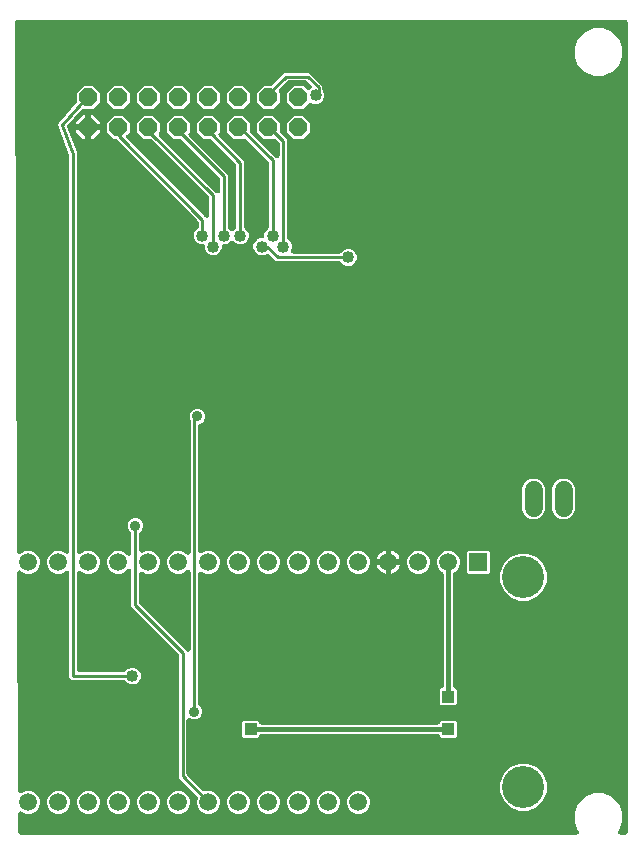
<source format=gbr>
G04 EAGLE Gerber RS-274X export*
G75*
%MOMM*%
%FSLAX34Y34*%
%LPD*%
%INBottom Copper*%
%IPPOS*%
%AMOC8*
5,1,8,0,0,1.08239X$1,22.5*%
G01*
%ADD10P,1.649562X8X22.500000*%
%ADD11C,3.556000*%
%ADD12R,1.508000X1.508000*%
%ADD13C,1.508000*%
%ADD14C,1.524000*%
%ADD15C,0.906400*%
%ADD16C,0.254000*%
%ADD17C,1.016000*%
%ADD18R,1.006400X1.006400*%
%ADD19C,0.406400*%

G36*
X590925Y23370D02*
X590925Y23370D01*
X590934Y23369D01*
X591125Y23390D01*
X591316Y23409D01*
X591325Y23411D01*
X591334Y23412D01*
X591517Y23470D01*
X591701Y23527D01*
X591709Y23531D01*
X591718Y23534D01*
X591886Y23627D01*
X592055Y23719D01*
X592062Y23724D01*
X592070Y23729D01*
X592218Y23854D01*
X592365Y23976D01*
X592370Y23983D01*
X592377Y23989D01*
X592497Y24140D01*
X592617Y24290D01*
X592621Y24298D01*
X592627Y24305D01*
X592714Y24478D01*
X592802Y24647D01*
X592805Y24656D01*
X592809Y24664D01*
X592861Y24851D01*
X592914Y25034D01*
X592915Y25043D01*
X592917Y25052D01*
X592931Y25243D01*
X592947Y25436D01*
X592946Y25445D01*
X592946Y25454D01*
X592922Y25644D01*
X592900Y25835D01*
X592897Y25844D01*
X592896Y25853D01*
X592835Y26035D01*
X592775Y26218D01*
X592771Y26226D01*
X592768Y26235D01*
X592672Y26401D01*
X592577Y26569D01*
X592571Y26576D01*
X592567Y26584D01*
X592531Y26625D01*
X589439Y34090D01*
X589439Y42110D01*
X592509Y49520D01*
X598180Y55191D01*
X605590Y58261D01*
X613610Y58261D01*
X621020Y55191D01*
X626691Y49520D01*
X629761Y42110D01*
X629761Y34090D01*
X626662Y26610D01*
X626593Y26525D01*
X626589Y26517D01*
X626583Y26510D01*
X626495Y26339D01*
X626404Y26169D01*
X626402Y26161D01*
X626398Y26153D01*
X626344Y25967D01*
X626289Y25783D01*
X626289Y25775D01*
X626286Y25766D01*
X626270Y25574D01*
X626253Y25382D01*
X626254Y25373D01*
X626253Y25364D01*
X626276Y25174D01*
X626296Y24982D01*
X626299Y24974D01*
X626300Y24965D01*
X626360Y24782D01*
X626418Y24598D01*
X626422Y24590D01*
X626425Y24582D01*
X626519Y24415D01*
X626613Y24246D01*
X626618Y24239D01*
X626623Y24231D01*
X626748Y24086D01*
X626873Y23939D01*
X626880Y23933D01*
X626886Y23927D01*
X627037Y23810D01*
X627189Y23689D01*
X627197Y23685D01*
X627204Y23680D01*
X627376Y23594D01*
X627548Y23507D01*
X627557Y23505D01*
X627565Y23500D01*
X627752Y23450D01*
X627936Y23399D01*
X627945Y23398D01*
X627953Y23396D01*
X628284Y23369D01*
X632208Y23369D01*
X632226Y23371D01*
X632244Y23369D01*
X632426Y23390D01*
X632609Y23409D01*
X632626Y23414D01*
X632643Y23416D01*
X632818Y23473D01*
X632994Y23527D01*
X633009Y23535D01*
X633026Y23541D01*
X633186Y23631D01*
X633348Y23719D01*
X633361Y23730D01*
X633377Y23739D01*
X633516Y23859D01*
X633657Y23976D01*
X633668Y23990D01*
X633682Y24002D01*
X633794Y24147D01*
X633909Y24290D01*
X633917Y24306D01*
X633928Y24320D01*
X634010Y24485D01*
X634095Y24647D01*
X634100Y24664D01*
X634108Y24681D01*
X634155Y24859D01*
X634206Y25034D01*
X634208Y25052D01*
X634212Y25069D01*
X634239Y25400D01*
X634239Y711200D01*
X634237Y711218D01*
X634239Y711236D01*
X634218Y711418D01*
X634199Y711601D01*
X634194Y711618D01*
X634192Y711635D01*
X634135Y711810D01*
X634081Y711986D01*
X634073Y712001D01*
X634067Y712018D01*
X633977Y712178D01*
X633889Y712340D01*
X633878Y712353D01*
X633869Y712369D01*
X633749Y712508D01*
X633632Y712649D01*
X633618Y712660D01*
X633606Y712674D01*
X633461Y712786D01*
X633318Y712901D01*
X633302Y712909D01*
X633288Y712920D01*
X633123Y713002D01*
X632961Y713087D01*
X632944Y713092D01*
X632928Y713100D01*
X632749Y713147D01*
X632574Y713198D01*
X632556Y713200D01*
X632539Y713204D01*
X632208Y713231D01*
X117900Y713231D01*
X117878Y713229D01*
X117857Y713231D01*
X117679Y713209D01*
X117499Y713191D01*
X117479Y713185D01*
X117457Y713182D01*
X117286Y713126D01*
X117114Y713073D01*
X117096Y713063D01*
X117075Y713056D01*
X116918Y712967D01*
X116760Y712881D01*
X116744Y712868D01*
X116725Y712857D01*
X116589Y712739D01*
X116451Y712624D01*
X116438Y712607D01*
X116421Y712593D01*
X116311Y712450D01*
X116199Y712310D01*
X116189Y712291D01*
X116176Y712274D01*
X116096Y712112D01*
X116013Y711953D01*
X116007Y711932D01*
X115998Y711913D01*
X115952Y711739D01*
X115902Y711566D01*
X115900Y711544D01*
X115895Y711523D01*
X115869Y711193D01*
X117503Y262937D01*
X117503Y262932D01*
X117503Y262927D01*
X117524Y262730D01*
X117544Y262537D01*
X117546Y262532D01*
X117546Y262527D01*
X117606Y262339D01*
X117664Y262152D01*
X117666Y262148D01*
X117668Y262143D01*
X117762Y261972D01*
X117857Y261799D01*
X117860Y261795D01*
X117863Y261790D01*
X117989Y261642D01*
X118116Y261491D01*
X118120Y261487D01*
X118123Y261483D01*
X118278Y261361D01*
X118430Y261239D01*
X118435Y261237D01*
X118439Y261234D01*
X118615Y261145D01*
X118788Y261055D01*
X118793Y261054D01*
X118798Y261051D01*
X118987Y260999D01*
X119176Y260945D01*
X119181Y260945D01*
X119186Y260943D01*
X119385Y260929D01*
X119577Y260914D01*
X119582Y260914D01*
X119587Y260914D01*
X119785Y260939D01*
X119977Y260962D01*
X119982Y260964D01*
X119987Y260964D01*
X120170Y261026D01*
X120359Y261088D01*
X120364Y261091D01*
X120368Y261093D01*
X120539Y261191D01*
X120709Y261288D01*
X120713Y261291D01*
X120717Y261294D01*
X120970Y261508D01*
X121577Y262115D01*
X124230Y263214D01*
X124231Y263214D01*
X125096Y263573D01*
X128904Y263573D01*
X132423Y262115D01*
X135115Y259423D01*
X136573Y255904D01*
X136573Y252096D01*
X135115Y248577D01*
X132423Y245885D01*
X128904Y244427D01*
X125096Y244427D01*
X121578Y245885D01*
X121036Y246426D01*
X121026Y246434D01*
X121018Y246444D01*
X120871Y246561D01*
X120724Y246681D01*
X120713Y246687D01*
X120703Y246695D01*
X120536Y246781D01*
X120369Y246870D01*
X120357Y246874D01*
X120345Y246879D01*
X120164Y246931D01*
X119983Y246985D01*
X119970Y246986D01*
X119958Y246989D01*
X119771Y247004D01*
X119582Y247021D01*
X119569Y247020D01*
X119557Y247021D01*
X119371Y246998D01*
X119182Y246978D01*
X119169Y246974D01*
X119157Y246972D01*
X118977Y246913D01*
X118798Y246856D01*
X118787Y246850D01*
X118775Y246846D01*
X118610Y246752D01*
X118445Y246661D01*
X118436Y246653D01*
X118425Y246647D01*
X118281Y246522D01*
X118138Y246401D01*
X118131Y246391D01*
X118121Y246383D01*
X118005Y246232D01*
X117889Y246085D01*
X117883Y246074D01*
X117875Y246064D01*
X117792Y245894D01*
X117706Y245726D01*
X117703Y245714D01*
X117697Y245703D01*
X117649Y245519D01*
X117598Y245338D01*
X117597Y245326D01*
X117594Y245313D01*
X117568Y244983D01*
X118241Y60475D01*
X118241Y60470D01*
X118241Y60465D01*
X118262Y60273D01*
X118282Y60075D01*
X118284Y60070D01*
X118284Y60064D01*
X118343Y59879D01*
X118402Y59690D01*
X118404Y59686D01*
X118406Y59681D01*
X118501Y59508D01*
X118595Y59337D01*
X118598Y59333D01*
X118601Y59328D01*
X118731Y59175D01*
X118854Y59029D01*
X118858Y59025D01*
X118861Y59021D01*
X119018Y58897D01*
X119168Y58777D01*
X119173Y58775D01*
X119177Y58772D01*
X119354Y58682D01*
X119526Y58593D01*
X119532Y58592D01*
X119536Y58589D01*
X119725Y58537D01*
X119914Y58483D01*
X119919Y58483D01*
X119924Y58481D01*
X120120Y58467D01*
X120315Y58452D01*
X120320Y58452D01*
X120326Y58452D01*
X120519Y58477D01*
X120715Y58500D01*
X120720Y58502D01*
X120725Y58503D01*
X120910Y58565D01*
X121097Y58626D01*
X121102Y58629D01*
X121107Y58631D01*
X121278Y58729D01*
X121447Y58826D01*
X121451Y58829D01*
X121456Y58832D01*
X121532Y58897D01*
X125096Y60373D01*
X128904Y60373D01*
X132423Y58915D01*
X135115Y56223D01*
X136573Y52704D01*
X136573Y48896D01*
X135115Y45377D01*
X132423Y42685D01*
X128904Y41227D01*
X125096Y41227D01*
X121487Y42722D01*
X121468Y42738D01*
X121457Y42744D01*
X121447Y42752D01*
X121278Y42838D01*
X121112Y42927D01*
X121100Y42930D01*
X121089Y42936D01*
X120906Y42988D01*
X120726Y43041D01*
X120714Y43042D01*
X120701Y43046D01*
X120514Y43061D01*
X120325Y43078D01*
X120312Y43076D01*
X120300Y43077D01*
X120114Y43055D01*
X119925Y43034D01*
X119913Y43030D01*
X119900Y43029D01*
X119721Y42970D01*
X119541Y42913D01*
X119530Y42907D01*
X119518Y42903D01*
X119353Y42809D01*
X119189Y42718D01*
X119179Y42710D01*
X119168Y42704D01*
X119026Y42580D01*
X118882Y42457D01*
X118874Y42447D01*
X118864Y42439D01*
X118750Y42290D01*
X118632Y42142D01*
X118626Y42130D01*
X118619Y42120D01*
X118536Y41951D01*
X118450Y41783D01*
X118446Y41770D01*
X118441Y41759D01*
X118393Y41577D01*
X118342Y41395D01*
X118341Y41382D01*
X118338Y41370D01*
X118312Y41039D01*
X118369Y25393D01*
X118370Y25378D01*
X118369Y25364D01*
X118391Y25179D01*
X118410Y24992D01*
X118414Y24979D01*
X118416Y24965D01*
X118474Y24787D01*
X118530Y24608D01*
X118536Y24595D01*
X118541Y24582D01*
X118633Y24419D01*
X118723Y24254D01*
X118732Y24244D01*
X118739Y24231D01*
X118861Y24090D01*
X118982Y23946D01*
X118993Y23937D01*
X119002Y23927D01*
X119150Y23812D01*
X119296Y23695D01*
X119309Y23688D01*
X119320Y23680D01*
X119488Y23596D01*
X119654Y23511D01*
X119668Y23507D01*
X119681Y23500D01*
X119862Y23452D01*
X120042Y23401D01*
X120056Y23400D01*
X120069Y23396D01*
X120400Y23369D01*
X590916Y23369D01*
X590925Y23370D01*
G37*
%LPC*%
G36*
X277496Y41227D02*
X277496Y41227D01*
X273977Y42685D01*
X271285Y45377D01*
X269827Y48896D01*
X269827Y52704D01*
X270186Y53570D01*
X270192Y53591D01*
X270202Y53611D01*
X270251Y53784D01*
X270302Y53955D01*
X270304Y53977D01*
X270310Y53999D01*
X270324Y54179D01*
X270341Y54356D01*
X270338Y54378D01*
X270340Y54401D01*
X270317Y54579D01*
X270299Y54757D01*
X270292Y54778D01*
X270289Y54800D01*
X270232Y54970D01*
X270179Y55141D01*
X270168Y55161D01*
X270161Y55182D01*
X270072Y55337D01*
X269986Y55494D01*
X269971Y55511D01*
X269960Y55531D01*
X269746Y55784D01*
X254197Y71332D01*
X254197Y175291D01*
X254195Y175317D01*
X254197Y175344D01*
X254175Y175518D01*
X254157Y175691D01*
X254150Y175717D01*
X254146Y175743D01*
X254091Y175909D01*
X254039Y176076D01*
X254026Y176100D01*
X254018Y176125D01*
X253931Y176277D01*
X253847Y176430D01*
X253830Y176451D01*
X253817Y176474D01*
X253602Y176727D01*
X214197Y216132D01*
X214197Y246556D01*
X214196Y246564D01*
X214197Y246573D01*
X214176Y246764D01*
X214157Y246956D01*
X214155Y246965D01*
X214154Y246974D01*
X214096Y247156D01*
X214039Y247341D01*
X214035Y247349D01*
X214032Y247357D01*
X213939Y247526D01*
X213847Y247695D01*
X213842Y247702D01*
X213837Y247710D01*
X213712Y247858D01*
X213590Y248004D01*
X213583Y248010D01*
X213577Y248017D01*
X213425Y248137D01*
X213276Y248257D01*
X213268Y248261D01*
X213261Y248266D01*
X213088Y248354D01*
X212919Y248442D01*
X212910Y248445D01*
X212902Y248449D01*
X212716Y248501D01*
X212532Y248554D01*
X212523Y248554D01*
X212514Y248557D01*
X212322Y248571D01*
X212130Y248586D01*
X212122Y248585D01*
X212113Y248586D01*
X211920Y248562D01*
X211731Y248540D01*
X211722Y248537D01*
X211713Y248536D01*
X211530Y248474D01*
X211348Y248415D01*
X211340Y248410D01*
X211332Y248407D01*
X211166Y248312D01*
X210997Y248217D01*
X210990Y248211D01*
X210983Y248206D01*
X210730Y247992D01*
X208622Y245885D01*
X205104Y244427D01*
X201296Y244427D01*
X197777Y245885D01*
X195085Y248577D01*
X193627Y252096D01*
X193627Y255904D01*
X195085Y259423D01*
X197777Y262115D01*
X200430Y263214D01*
X200431Y263214D01*
X201296Y263573D01*
X205104Y263573D01*
X208622Y262115D01*
X210730Y260008D01*
X210737Y260002D01*
X210742Y259996D01*
X210892Y259875D01*
X211041Y259753D01*
X211049Y259749D01*
X211056Y259743D01*
X211226Y259655D01*
X211397Y259564D01*
X211406Y259562D01*
X211413Y259558D01*
X211598Y259505D01*
X211783Y259450D01*
X211792Y259449D01*
X211800Y259446D01*
X211991Y259431D01*
X212184Y259413D01*
X212193Y259414D01*
X212202Y259414D01*
X212391Y259436D01*
X212584Y259457D01*
X212593Y259459D01*
X212601Y259460D01*
X212783Y259520D01*
X212968Y259578D01*
X212976Y259583D01*
X212984Y259585D01*
X213153Y259680D01*
X213320Y259773D01*
X213327Y259779D01*
X213335Y259783D01*
X213481Y259909D01*
X213627Y260034D01*
X213633Y260041D01*
X213640Y260046D01*
X213757Y260198D01*
X213877Y260349D01*
X213881Y260357D01*
X213886Y260364D01*
X213972Y260537D01*
X214059Y260708D01*
X214062Y260717D01*
X214066Y260725D01*
X214116Y260911D01*
X214167Y261096D01*
X214168Y261105D01*
X214170Y261114D01*
X214197Y261444D01*
X214197Y278177D01*
X214195Y278204D01*
X214197Y278231D01*
X214175Y278405D01*
X214157Y278578D01*
X214150Y278604D01*
X214146Y278630D01*
X214091Y278796D01*
X214039Y278963D01*
X214026Y278987D01*
X214018Y279012D01*
X213931Y279164D01*
X213847Y279317D01*
X213830Y279337D01*
X213817Y279361D01*
X213602Y279614D01*
X211935Y281281D01*
X210935Y283694D01*
X210935Y286306D01*
X211935Y288719D01*
X213781Y290565D01*
X216194Y291565D01*
X218806Y291565D01*
X221219Y290565D01*
X223065Y288719D01*
X224065Y286306D01*
X224065Y283694D01*
X223065Y281281D01*
X221398Y279614D01*
X221381Y279593D01*
X221360Y279576D01*
X221253Y279438D01*
X221143Y279302D01*
X221130Y279279D01*
X221114Y279257D01*
X221036Y279101D01*
X220954Y278947D01*
X220946Y278921D01*
X220934Y278897D01*
X220889Y278728D01*
X220839Y278561D01*
X220837Y278534D01*
X220830Y278508D01*
X220803Y278177D01*
X220803Y264172D01*
X220804Y264158D01*
X220803Y264145D01*
X220824Y263959D01*
X220843Y263771D01*
X220847Y263758D01*
X220848Y263745D01*
X220906Y263566D01*
X220961Y263386D01*
X220967Y263374D01*
X220971Y263362D01*
X221063Y263197D01*
X221153Y263032D01*
X221161Y263022D01*
X221168Y263010D01*
X221290Y262868D01*
X221410Y262723D01*
X221421Y262714D01*
X221429Y262704D01*
X221577Y262589D01*
X221724Y262471D01*
X221736Y262464D01*
X221746Y262456D01*
X221915Y262371D01*
X222081Y262285D01*
X222094Y262281D01*
X222106Y262275D01*
X222288Y262226D01*
X222468Y262174D01*
X222482Y262173D01*
X222495Y262169D01*
X222683Y262156D01*
X222870Y262141D01*
X222883Y262142D01*
X222896Y262141D01*
X223084Y262166D01*
X223269Y262188D01*
X223282Y262192D01*
X223295Y262194D01*
X223611Y262295D01*
X226696Y263573D01*
X230504Y263573D01*
X234023Y262115D01*
X236715Y259423D01*
X238173Y255904D01*
X238173Y252096D01*
X236715Y248577D01*
X234023Y245885D01*
X230504Y244427D01*
X226696Y244427D01*
X223611Y245705D01*
X223598Y245709D01*
X223587Y245715D01*
X223407Y245767D01*
X223226Y245821D01*
X223213Y245823D01*
X223200Y245826D01*
X223012Y245842D01*
X222825Y245860D01*
X222812Y245858D01*
X222798Y245859D01*
X222611Y245837D01*
X222425Y245818D01*
X222412Y245814D01*
X222399Y245812D01*
X222219Y245754D01*
X222040Y245698D01*
X222029Y245692D01*
X222016Y245687D01*
X221851Y245595D01*
X221687Y245505D01*
X221677Y245496D01*
X221665Y245490D01*
X221523Y245367D01*
X221379Y245246D01*
X221371Y245235D01*
X221360Y245226D01*
X221245Y245078D01*
X221128Y244931D01*
X221122Y244919D01*
X221114Y244908D01*
X221030Y244739D01*
X220944Y244573D01*
X220940Y244560D01*
X220934Y244548D01*
X220885Y244365D01*
X220834Y244185D01*
X220833Y244172D01*
X220830Y244159D01*
X220803Y243828D01*
X220803Y219709D01*
X220805Y219683D01*
X220803Y219656D01*
X220825Y219482D01*
X220843Y219309D01*
X220850Y219283D01*
X220854Y219257D01*
X220910Y219090D01*
X220961Y218924D01*
X220974Y218900D01*
X220982Y218875D01*
X221069Y218723D01*
X221153Y218570D01*
X221170Y218549D01*
X221183Y218526D01*
X221398Y218273D01*
X258273Y181398D01*
X260730Y178941D01*
X260737Y178935D01*
X260742Y178929D01*
X260892Y178808D01*
X261041Y178686D01*
X261049Y178682D01*
X261056Y178676D01*
X261226Y178588D01*
X261397Y178497D01*
X261406Y178495D01*
X261413Y178491D01*
X261598Y178438D01*
X261783Y178383D01*
X261792Y178382D01*
X261800Y178379D01*
X261991Y178364D01*
X262184Y178346D01*
X262193Y178347D01*
X262202Y178346D01*
X262391Y178369D01*
X262584Y178390D01*
X262593Y178392D01*
X262601Y178393D01*
X262783Y178453D01*
X262968Y178511D01*
X262976Y178515D01*
X262984Y178518D01*
X263153Y178613D01*
X263320Y178706D01*
X263327Y178712D01*
X263335Y178716D01*
X263481Y178842D01*
X263627Y178966D01*
X263633Y178973D01*
X263640Y178979D01*
X263757Y179131D01*
X263877Y179282D01*
X263881Y179290D01*
X263886Y179297D01*
X263972Y179469D01*
X264059Y179641D01*
X264062Y179650D01*
X264066Y179658D01*
X264116Y179844D01*
X264167Y180029D01*
X264168Y180038D01*
X264170Y180047D01*
X264197Y180377D01*
X264197Y245756D01*
X264196Y245764D01*
X264197Y245773D01*
X264176Y245965D01*
X264157Y246156D01*
X264155Y246165D01*
X264154Y246174D01*
X264096Y246356D01*
X264039Y246541D01*
X264035Y246549D01*
X264032Y246557D01*
X263939Y246726D01*
X263847Y246895D01*
X263842Y246902D01*
X263837Y246910D01*
X263712Y247058D01*
X263590Y247204D01*
X263583Y247210D01*
X263577Y247217D01*
X263425Y247337D01*
X263276Y247457D01*
X263268Y247461D01*
X263261Y247466D01*
X263089Y247554D01*
X262919Y247642D01*
X262910Y247645D01*
X262902Y247649D01*
X262716Y247700D01*
X262532Y247754D01*
X262523Y247754D01*
X262514Y247757D01*
X262322Y247771D01*
X262130Y247786D01*
X262122Y247785D01*
X262113Y247786D01*
X261920Y247762D01*
X261731Y247740D01*
X261722Y247737D01*
X261713Y247736D01*
X261530Y247674D01*
X261348Y247615D01*
X261340Y247610D01*
X261332Y247607D01*
X261166Y247512D01*
X260997Y247417D01*
X260990Y247411D01*
X260983Y247406D01*
X260730Y247192D01*
X259423Y245885D01*
X255904Y244427D01*
X252096Y244427D01*
X248577Y245885D01*
X245885Y248577D01*
X244427Y252096D01*
X244427Y255904D01*
X245885Y259423D01*
X248577Y262115D01*
X251230Y263214D01*
X251231Y263214D01*
X252096Y263573D01*
X255904Y263573D01*
X259423Y262115D01*
X260730Y260808D01*
X260737Y260803D01*
X260742Y260796D01*
X260893Y260675D01*
X261041Y260553D01*
X261049Y260549D01*
X261056Y260543D01*
X261226Y260455D01*
X261397Y260364D01*
X261406Y260362D01*
X261413Y260358D01*
X261598Y260305D01*
X261783Y260250D01*
X261792Y260249D01*
X261800Y260246D01*
X261991Y260231D01*
X262184Y260213D01*
X262193Y260214D01*
X262202Y260214D01*
X262391Y260236D01*
X262584Y260257D01*
X262593Y260259D01*
X262601Y260260D01*
X262783Y260320D01*
X262968Y260378D01*
X262976Y260383D01*
X262984Y260385D01*
X263151Y260479D01*
X263320Y260573D01*
X263327Y260579D01*
X263335Y260583D01*
X263480Y260708D01*
X263627Y260834D01*
X263633Y260841D01*
X263640Y260846D01*
X263756Y260997D01*
X263877Y261149D01*
X263881Y261157D01*
X263886Y261164D01*
X263971Y261335D01*
X264059Y261508D01*
X264062Y261517D01*
X264066Y261525D01*
X264115Y261708D01*
X264167Y261896D01*
X264168Y261905D01*
X264170Y261914D01*
X264197Y262244D01*
X264197Y373951D01*
X264194Y373981D01*
X264196Y374013D01*
X264174Y374182D01*
X264157Y374351D01*
X264148Y374381D01*
X264144Y374412D01*
X264043Y374728D01*
X263435Y376194D01*
X263435Y378806D01*
X264435Y381219D01*
X266281Y383065D01*
X268694Y384065D01*
X271306Y384065D01*
X273719Y383065D01*
X275565Y381219D01*
X276565Y378806D01*
X276565Y376194D01*
X275565Y373781D01*
X273719Y371935D01*
X272057Y371246D01*
X272037Y371236D01*
X272016Y371229D01*
X271859Y371141D01*
X271702Y371056D01*
X271685Y371042D01*
X271665Y371031D01*
X271529Y370914D01*
X271391Y370800D01*
X271377Y370782D01*
X271360Y370768D01*
X271251Y370626D01*
X271138Y370487D01*
X271127Y370467D01*
X271114Y370450D01*
X271034Y370289D01*
X270951Y370131D01*
X270944Y370109D01*
X270934Y370089D01*
X270888Y369916D01*
X270838Y369744D01*
X270836Y369722D01*
X270830Y369700D01*
X270803Y369370D01*
X270803Y263840D01*
X270804Y263827D01*
X270803Y263814D01*
X270824Y263627D01*
X270843Y263440D01*
X270847Y263427D01*
X270848Y263414D01*
X270906Y263234D01*
X270961Y263055D01*
X270967Y263043D01*
X270971Y263030D01*
X271063Y262866D01*
X271153Y262701D01*
X271161Y262691D01*
X271168Y262679D01*
X271290Y262536D01*
X271410Y262392D01*
X271421Y262383D01*
X271429Y262373D01*
X271577Y262257D01*
X271724Y262139D01*
X271736Y262133D01*
X271746Y262125D01*
X271915Y262040D01*
X272081Y261954D01*
X272094Y261950D01*
X272106Y261944D01*
X272287Y261894D01*
X272468Y261842D01*
X272482Y261841D01*
X272495Y261838D01*
X272683Y261825D01*
X272870Y261809D01*
X272883Y261811D01*
X272896Y261810D01*
X273084Y261835D01*
X273269Y261856D01*
X273282Y261860D01*
X273295Y261862D01*
X273611Y261964D01*
X277496Y263573D01*
X281304Y263573D01*
X284823Y262115D01*
X287515Y259423D01*
X288973Y255904D01*
X288973Y252096D01*
X287515Y248577D01*
X284823Y245885D01*
X281304Y244427D01*
X277496Y244427D01*
X273611Y246036D01*
X273598Y246040D01*
X273587Y246046D01*
X273407Y246098D01*
X273226Y246153D01*
X273213Y246154D01*
X273200Y246158D01*
X273012Y246173D01*
X272825Y246191D01*
X272812Y246190D01*
X272798Y246191D01*
X272611Y246169D01*
X272425Y246149D01*
X272412Y246145D01*
X272399Y246144D01*
X272219Y246085D01*
X272040Y246029D01*
X272029Y246023D01*
X272016Y246019D01*
X271851Y245926D01*
X271687Y245836D01*
X271677Y245828D01*
X271665Y245821D01*
X271523Y245698D01*
X271379Y245577D01*
X271371Y245567D01*
X271360Y245558D01*
X271245Y245409D01*
X271128Y245262D01*
X271122Y245250D01*
X271114Y245240D01*
X271030Y245071D01*
X270944Y244904D01*
X270940Y244891D01*
X270934Y244879D01*
X270885Y244696D01*
X270834Y244517D01*
X270833Y244503D01*
X270830Y244490D01*
X270803Y244160D01*
X270803Y134323D01*
X270805Y134296D01*
X270803Y134269D01*
X270825Y134095D01*
X270843Y133922D01*
X270850Y133896D01*
X270854Y133870D01*
X270909Y133704D01*
X270961Y133537D01*
X270974Y133513D01*
X270982Y133488D01*
X271069Y133336D01*
X271153Y133183D01*
X271170Y133163D01*
X271183Y133139D01*
X271398Y132886D01*
X273065Y131219D01*
X274065Y128806D01*
X274065Y126194D01*
X273065Y123781D01*
X271219Y121935D01*
X268806Y120935D01*
X266194Y120935D01*
X263611Y122005D01*
X263598Y122009D01*
X263587Y122015D01*
X263407Y122067D01*
X263226Y122122D01*
X263213Y122123D01*
X263200Y122127D01*
X263012Y122142D01*
X262825Y122160D01*
X262812Y122158D01*
X262798Y122159D01*
X262612Y122138D01*
X262425Y122118D01*
X262412Y122114D01*
X262399Y122113D01*
X262220Y122054D01*
X262040Y121998D01*
X262029Y121992D01*
X262016Y121988D01*
X261852Y121895D01*
X261687Y121805D01*
X261677Y121796D01*
X261665Y121790D01*
X261523Y121667D01*
X261379Y121546D01*
X261371Y121535D01*
X261360Y121527D01*
X261246Y121379D01*
X261128Y121231D01*
X261122Y121219D01*
X261114Y121209D01*
X261030Y121040D01*
X260944Y120873D01*
X260940Y120860D01*
X260934Y120848D01*
X260885Y120664D01*
X260834Y120486D01*
X260833Y120472D01*
X260830Y120459D01*
X260803Y120129D01*
X260803Y74909D01*
X260805Y74883D01*
X260803Y74856D01*
X260825Y74682D01*
X260843Y74509D01*
X260850Y74483D01*
X260854Y74457D01*
X260909Y74291D01*
X260961Y74124D01*
X260974Y74100D01*
X260982Y74075D01*
X261069Y73923D01*
X261153Y73770D01*
X261170Y73749D01*
X261183Y73726D01*
X261398Y73473D01*
X274416Y60454D01*
X274434Y60440D01*
X274448Y60423D01*
X274589Y60313D01*
X274728Y60199D01*
X274748Y60189D01*
X274765Y60175D01*
X274926Y60094D01*
X275084Y60011D01*
X275105Y60004D01*
X275125Y59994D01*
X275298Y59947D01*
X275469Y59896D01*
X275492Y59894D01*
X275513Y59888D01*
X275691Y59876D01*
X275870Y59860D01*
X275893Y59862D01*
X275915Y59860D01*
X276092Y59884D01*
X276271Y59903D01*
X276292Y59910D01*
X276314Y59913D01*
X276630Y60014D01*
X277496Y60373D01*
X281304Y60373D01*
X284823Y58915D01*
X287515Y56223D01*
X288973Y52704D01*
X288973Y48896D01*
X287515Y45377D01*
X284823Y42685D01*
X281304Y41227D01*
X277496Y41227D01*
G37*
%LPD*%
%LPC*%
G36*
X213469Y150621D02*
X213469Y150621D01*
X210855Y151704D01*
X208723Y153836D01*
X208702Y153853D01*
X208685Y153874D01*
X208547Y153981D01*
X208411Y154091D01*
X208388Y154104D01*
X208366Y154120D01*
X208210Y154198D01*
X208056Y154280D01*
X208030Y154288D01*
X208006Y154300D01*
X207837Y154345D01*
X207670Y154395D01*
X207643Y154397D01*
X207617Y154404D01*
X207286Y154431D01*
X163632Y154431D01*
X161697Y156366D01*
X161697Y244856D01*
X161696Y244864D01*
X161697Y244873D01*
X161677Y245063D01*
X161657Y245256D01*
X161655Y245265D01*
X161654Y245274D01*
X161596Y245456D01*
X161539Y245641D01*
X161535Y245649D01*
X161532Y245657D01*
X161439Y245826D01*
X161347Y245995D01*
X161342Y246002D01*
X161337Y246010D01*
X161213Y246156D01*
X161090Y246304D01*
X161083Y246310D01*
X161077Y246317D01*
X160925Y246437D01*
X160776Y246557D01*
X160768Y246561D01*
X160761Y246566D01*
X160588Y246654D01*
X160419Y246742D01*
X160410Y246745D01*
X160402Y246749D01*
X160217Y246800D01*
X160032Y246854D01*
X160023Y246854D01*
X160014Y246857D01*
X159822Y246871D01*
X159630Y246886D01*
X159622Y246885D01*
X159613Y246886D01*
X159421Y246862D01*
X159231Y246840D01*
X159222Y246837D01*
X159213Y246836D01*
X159031Y246774D01*
X158848Y246715D01*
X158840Y246710D01*
X158832Y246707D01*
X158664Y246611D01*
X158497Y246517D01*
X158490Y246511D01*
X158483Y246506D01*
X158230Y246292D01*
X157822Y245885D01*
X154304Y244427D01*
X150496Y244427D01*
X146977Y245885D01*
X144285Y248577D01*
X142827Y252096D01*
X142827Y255904D01*
X144285Y259423D01*
X146977Y262115D01*
X149630Y263214D01*
X149631Y263214D01*
X150496Y263573D01*
X154304Y263573D01*
X157822Y262115D01*
X158230Y261708D01*
X158237Y261702D01*
X158242Y261696D01*
X158391Y261576D01*
X158541Y261453D01*
X158549Y261449D01*
X158556Y261443D01*
X158725Y261356D01*
X158897Y261264D01*
X158906Y261262D01*
X158913Y261258D01*
X159097Y261205D01*
X159283Y261150D01*
X159292Y261149D01*
X159300Y261146D01*
X159491Y261131D01*
X159684Y261113D01*
X159693Y261114D01*
X159702Y261114D01*
X159891Y261136D01*
X160084Y261157D01*
X160093Y261159D01*
X160101Y261160D01*
X160284Y261220D01*
X160468Y261278D01*
X160476Y261283D01*
X160484Y261285D01*
X160653Y261380D01*
X160820Y261473D01*
X160827Y261479D01*
X160835Y261483D01*
X160980Y261609D01*
X161127Y261733D01*
X161133Y261741D01*
X161140Y261746D01*
X161257Y261897D01*
X161377Y262049D01*
X161381Y262057D01*
X161386Y262064D01*
X161473Y262238D01*
X161559Y262408D01*
X161562Y262417D01*
X161566Y262425D01*
X161616Y262613D01*
X161667Y262796D01*
X161668Y262805D01*
X161670Y262814D01*
X161697Y263144D01*
X161697Y598257D01*
X161678Y598448D01*
X161661Y598639D01*
X161658Y598649D01*
X161657Y598658D01*
X161642Y598709D01*
X161572Y598959D01*
X153154Y621813D01*
X153097Y621931D01*
X153049Y622052D01*
X153010Y622112D01*
X152978Y622176D01*
X152899Y622280D01*
X152828Y622389D01*
X152771Y622448D01*
X152735Y622496D01*
X152677Y622546D01*
X152599Y622629D01*
X152574Y622650D01*
X152541Y623226D01*
X152520Y623357D01*
X152508Y623490D01*
X152487Y623566D01*
X152478Y623623D01*
X152451Y623696D01*
X152419Y623810D01*
X152220Y624350D01*
X152234Y624380D01*
X152276Y624503D01*
X152328Y624623D01*
X152342Y624693D01*
X152365Y624760D01*
X152383Y624890D01*
X152409Y625018D01*
X152411Y625100D01*
X152419Y625159D01*
X152415Y625235D01*
X152417Y625349D01*
X152415Y625382D01*
X152798Y625812D01*
X152877Y625920D01*
X152962Y626022D01*
X153001Y626091D01*
X153035Y626138D01*
X153067Y626209D01*
X153125Y626311D01*
X153367Y626834D01*
X153397Y626846D01*
X153515Y626903D01*
X153636Y626951D01*
X153695Y626990D01*
X153760Y627022D01*
X153863Y627101D01*
X153973Y627172D01*
X154032Y627229D01*
X154080Y627265D01*
X154130Y627322D01*
X154213Y627401D01*
X167633Y642480D01*
X167733Y642618D01*
X167836Y642751D01*
X167851Y642780D01*
X167870Y642806D01*
X167940Y642960D01*
X168016Y643111D01*
X168024Y643143D01*
X168038Y643172D01*
X168076Y643337D01*
X168120Y643500D01*
X168123Y643536D01*
X168130Y643564D01*
X168132Y643650D01*
X168147Y643831D01*
X168147Y651698D01*
X173802Y657353D01*
X181798Y657353D01*
X187453Y651698D01*
X187453Y643702D01*
X181798Y638047D01*
X173442Y638047D01*
X173357Y638039D01*
X173271Y638040D01*
X173157Y638019D01*
X173041Y638007D01*
X172959Y637982D01*
X172875Y637967D01*
X172767Y637923D01*
X172656Y637889D01*
X172581Y637848D01*
X172501Y637816D01*
X172404Y637753D01*
X172302Y637697D01*
X172237Y637643D01*
X172165Y637595D01*
X172059Y637494D01*
X171993Y637440D01*
X171966Y637406D01*
X171925Y637366D01*
X165191Y629801D01*
X165108Y629686D01*
X165017Y629576D01*
X164990Y629523D01*
X164955Y629475D01*
X164895Y629345D01*
X164829Y629220D01*
X164812Y629163D01*
X164787Y629109D01*
X164777Y629066D01*
X164731Y629040D01*
X164667Y629014D01*
X164556Y628941D01*
X164439Y628875D01*
X164388Y628831D01*
X164331Y628794D01*
X164200Y628668D01*
X164135Y628612D01*
X164117Y628590D01*
X164091Y628564D01*
X160385Y624401D01*
X160312Y624300D01*
X160232Y624206D01*
X160194Y624138D01*
X160149Y624075D01*
X160097Y623962D01*
X160037Y623853D01*
X160013Y623780D01*
X159981Y623709D01*
X159953Y623588D01*
X159915Y623470D01*
X159907Y623393D01*
X159889Y623317D01*
X159885Y623193D01*
X159871Y623069D01*
X159878Y622992D01*
X159876Y622915D01*
X159896Y622792D01*
X159908Y622668D01*
X159932Y622581D01*
X159942Y622518D01*
X159968Y622450D01*
X159996Y622349D01*
X167694Y601449D01*
X167725Y601385D01*
X167748Y601317D01*
X167813Y601204D01*
X167870Y601087D01*
X167913Y601030D01*
X167949Y600968D01*
X168061Y600836D01*
X168114Y600767D01*
X168138Y600746D01*
X168164Y600715D01*
X168303Y600576D01*
X168303Y600159D01*
X168322Y599968D01*
X168339Y599777D01*
X168342Y599767D01*
X168343Y599758D01*
X168358Y599707D01*
X168428Y599457D01*
X168572Y599066D01*
X168490Y598888D01*
X168466Y598820D01*
X168434Y598756D01*
X168401Y598630D01*
X168358Y598507D01*
X168348Y598436D01*
X168330Y598367D01*
X168316Y598194D01*
X168304Y598108D01*
X168306Y598077D01*
X168303Y598036D01*
X168303Y262944D01*
X168304Y262936D01*
X168303Y262927D01*
X168324Y262734D01*
X168343Y262544D01*
X168345Y262535D01*
X168346Y262526D01*
X168404Y262343D01*
X168461Y262159D01*
X168465Y262151D01*
X168468Y262143D01*
X168561Y261973D01*
X168653Y261805D01*
X168658Y261798D01*
X168663Y261790D01*
X168788Y261642D01*
X168910Y261496D01*
X168917Y261490D01*
X168923Y261483D01*
X169075Y261363D01*
X169224Y261243D01*
X169232Y261239D01*
X169239Y261234D01*
X169412Y261146D01*
X169581Y261058D01*
X169590Y261055D01*
X169598Y261051D01*
X169783Y261000D01*
X169968Y260946D01*
X169977Y260946D01*
X169986Y260943D01*
X170178Y260929D01*
X170370Y260914D01*
X170378Y260915D01*
X170387Y260914D01*
X170579Y260938D01*
X170769Y260960D01*
X170778Y260963D01*
X170787Y260964D01*
X170969Y261026D01*
X171152Y261085D01*
X171160Y261090D01*
X171168Y261093D01*
X171336Y261189D01*
X171503Y261283D01*
X171510Y261289D01*
X171517Y261294D01*
X171770Y261508D01*
X172378Y262115D01*
X175030Y263214D01*
X175031Y263214D01*
X175896Y263573D01*
X179704Y263573D01*
X183223Y262115D01*
X185915Y259423D01*
X187373Y255904D01*
X187373Y252096D01*
X185915Y248577D01*
X183223Y245885D01*
X179704Y244427D01*
X175896Y244427D01*
X172378Y245885D01*
X171770Y246492D01*
X171763Y246498D01*
X171758Y246504D01*
X171609Y246624D01*
X171459Y246747D01*
X171451Y246751D01*
X171444Y246757D01*
X171275Y246844D01*
X171103Y246936D01*
X171094Y246938D01*
X171087Y246942D01*
X170903Y246995D01*
X170717Y247050D01*
X170708Y247051D01*
X170700Y247054D01*
X170509Y247069D01*
X170316Y247087D01*
X170307Y247086D01*
X170298Y247086D01*
X170109Y247064D01*
X169916Y247043D01*
X169907Y247041D01*
X169899Y247040D01*
X169716Y246980D01*
X169532Y246922D01*
X169524Y246917D01*
X169516Y246915D01*
X169347Y246820D01*
X169180Y246727D01*
X169173Y246721D01*
X169165Y246717D01*
X169019Y246590D01*
X168873Y246466D01*
X168867Y246460D01*
X168860Y246454D01*
X168742Y246301D01*
X168623Y246151D01*
X168619Y246143D01*
X168614Y246136D01*
X168527Y245962D01*
X168441Y245792D01*
X168438Y245783D01*
X168434Y245775D01*
X168384Y245588D01*
X168333Y245404D01*
X168332Y245395D01*
X168330Y245386D01*
X168303Y245056D01*
X168303Y163068D01*
X168305Y163050D01*
X168303Y163032D01*
X168324Y162850D01*
X168343Y162667D01*
X168348Y162650D01*
X168350Y162633D01*
X168407Y162458D01*
X168461Y162282D01*
X168469Y162267D01*
X168475Y162250D01*
X168565Y162090D01*
X168653Y161928D01*
X168664Y161915D01*
X168673Y161899D01*
X168793Y161760D01*
X168910Y161619D01*
X168924Y161608D01*
X168936Y161594D01*
X169081Y161482D01*
X169224Y161367D01*
X169240Y161359D01*
X169254Y161348D01*
X169419Y161266D01*
X169581Y161181D01*
X169598Y161176D01*
X169614Y161168D01*
X169793Y161121D01*
X169968Y161070D01*
X169986Y161068D01*
X170003Y161064D01*
X170334Y161037D01*
X207286Y161037D01*
X207313Y161039D01*
X207340Y161037D01*
X207514Y161059D01*
X207687Y161077D01*
X207713Y161084D01*
X207739Y161088D01*
X207905Y161144D01*
X208072Y161195D01*
X208096Y161208D01*
X208121Y161216D01*
X208272Y161303D01*
X208426Y161387D01*
X208447Y161404D01*
X208470Y161417D01*
X208723Y161632D01*
X210855Y163764D01*
X213469Y164847D01*
X216299Y164847D01*
X218913Y163764D01*
X220914Y161763D01*
X221997Y159149D01*
X221997Y156319D01*
X220914Y153705D01*
X218913Y151704D01*
X217647Y151180D01*
X217646Y151179D01*
X216299Y150621D01*
X213469Y150621D01*
G37*
%LPD*%
%LPC*%
G36*
X282049Y514095D02*
X282049Y514095D01*
X279435Y515178D01*
X277434Y517179D01*
X276351Y519793D01*
X276351Y521208D01*
X276349Y521226D01*
X276351Y521244D01*
X276330Y521426D01*
X276311Y521609D01*
X276306Y521626D01*
X276304Y521643D01*
X276247Y521818D01*
X276193Y521994D01*
X276185Y522009D01*
X276179Y522026D01*
X276089Y522186D01*
X276001Y522348D01*
X275990Y522361D01*
X275981Y522377D01*
X275861Y522516D01*
X275744Y522657D01*
X275730Y522668D01*
X275718Y522682D01*
X275573Y522794D01*
X275430Y522909D01*
X275414Y522917D01*
X275400Y522928D01*
X275235Y523010D01*
X275073Y523095D01*
X275056Y523100D01*
X275040Y523108D01*
X274861Y523155D01*
X274686Y523206D01*
X274668Y523208D01*
X274651Y523212D01*
X274320Y523239D01*
X272905Y523239D01*
X270291Y524322D01*
X268290Y526323D01*
X267207Y528937D01*
X267207Y531767D01*
X268290Y534381D01*
X270422Y536513D01*
X270439Y536534D01*
X270460Y536551D01*
X270567Y536689D01*
X270677Y536825D01*
X270690Y536848D01*
X270706Y536870D01*
X270784Y537026D01*
X270866Y537180D01*
X270874Y537206D01*
X270886Y537230D01*
X270931Y537399D01*
X270981Y537566D01*
X270983Y537593D01*
X270990Y537619D01*
X271017Y537950D01*
X271017Y541859D01*
X271015Y541885D01*
X271017Y541912D01*
X270995Y542086D01*
X270977Y542259D01*
X270970Y542285D01*
X270966Y542311D01*
X270911Y542477D01*
X270859Y542644D01*
X270846Y542668D01*
X270838Y542693D01*
X270751Y542845D01*
X270667Y542998D01*
X270650Y543019D01*
X270637Y543042D01*
X270422Y543295D01*
X201665Y612052D01*
X201644Y612069D01*
X201627Y612090D01*
X201489Y612197D01*
X201353Y612307D01*
X201330Y612320D01*
X201309Y612336D01*
X201152Y612414D01*
X200998Y612496D01*
X200972Y612504D01*
X200948Y612516D01*
X200779Y612561D01*
X200612Y612611D01*
X200585Y612613D01*
X200559Y612620D01*
X200229Y612647D01*
X199202Y612647D01*
X193547Y618302D01*
X193547Y626298D01*
X199202Y631953D01*
X207198Y631953D01*
X212853Y626298D01*
X212853Y618302D01*
X210241Y615690D01*
X210230Y615676D01*
X210216Y615665D01*
X210102Y615521D01*
X209986Y615379D01*
X209978Y615363D01*
X209967Y615349D01*
X209883Y615185D01*
X209798Y615023D01*
X209792Y615006D01*
X209784Y614990D01*
X209735Y614813D01*
X209683Y614637D01*
X209681Y614619D01*
X209676Y614602D01*
X209663Y614419D01*
X209646Y614236D01*
X209648Y614218D01*
X209647Y614201D01*
X209670Y614019D01*
X209690Y613836D01*
X209695Y613819D01*
X209697Y613801D01*
X209756Y613628D01*
X209811Y613452D01*
X209820Y613436D01*
X209826Y613419D01*
X209917Y613260D01*
X210006Y613100D01*
X210018Y613086D01*
X210027Y613071D01*
X210241Y612818D01*
X276694Y546365D01*
X276701Y546359D01*
X276706Y546353D01*
X276856Y546232D01*
X277005Y546110D01*
X277013Y546106D01*
X277020Y546100D01*
X277191Y546011D01*
X277361Y545921D01*
X277369Y545919D01*
X277377Y545915D01*
X277563Y545861D01*
X277747Y545807D01*
X277756Y545806D01*
X277764Y545803D01*
X277956Y545788D01*
X278148Y545770D01*
X278157Y545771D01*
X278166Y545770D01*
X278355Y545793D01*
X278548Y545814D01*
X278557Y545816D01*
X278565Y545817D01*
X278747Y545877D01*
X278932Y545935D01*
X278940Y545939D01*
X278948Y545942D01*
X279117Y546037D01*
X279284Y546130D01*
X279291Y546136D01*
X279299Y546140D01*
X279445Y546266D01*
X279591Y546390D01*
X279597Y546397D01*
X279604Y546403D01*
X279721Y546555D01*
X279841Y546706D01*
X279845Y546714D01*
X279850Y546721D01*
X279936Y546893D01*
X280023Y547065D01*
X280026Y547074D01*
X280030Y547082D01*
X280080Y547268D01*
X280131Y547453D01*
X280132Y547462D01*
X280134Y547471D01*
X280161Y547801D01*
X280161Y562433D01*
X280159Y562459D01*
X280161Y562486D01*
X280139Y562660D01*
X280121Y562833D01*
X280114Y562859D01*
X280110Y562885D01*
X280055Y563051D01*
X280003Y563218D01*
X279990Y563242D01*
X279982Y563267D01*
X279895Y563419D01*
X279811Y563572D01*
X279794Y563593D01*
X279781Y563616D01*
X279566Y563869D01*
X231383Y612052D01*
X231362Y612069D01*
X231345Y612090D01*
X231207Y612197D01*
X231071Y612307D01*
X231048Y612320D01*
X231027Y612336D01*
X230870Y612414D01*
X230716Y612496D01*
X230690Y612504D01*
X230666Y612516D01*
X230497Y612561D01*
X230330Y612611D01*
X230303Y612613D01*
X230277Y612620D01*
X229947Y612647D01*
X224602Y612647D01*
X218947Y618302D01*
X218947Y626298D01*
X224602Y631953D01*
X232598Y631953D01*
X238253Y626298D01*
X238253Y618302D01*
X237800Y617849D01*
X237789Y617835D01*
X237775Y617824D01*
X237662Y617680D01*
X237545Y617538D01*
X237537Y617522D01*
X237526Y617508D01*
X237443Y617344D01*
X237357Y617182D01*
X237351Y617165D01*
X237343Y617149D01*
X237294Y616972D01*
X237242Y616796D01*
X237240Y616778D01*
X237235Y616761D01*
X237222Y616578D01*
X237205Y616395D01*
X237207Y616377D01*
X237206Y616360D01*
X237229Y616177D01*
X237249Y615995D01*
X237254Y615978D01*
X237256Y615960D01*
X237315Y615786D01*
X237370Y615611D01*
X237379Y615595D01*
X237385Y615578D01*
X237476Y615420D01*
X237565Y615259D01*
X237577Y615245D01*
X237586Y615230D01*
X237800Y614977D01*
X285838Y566939D01*
X285845Y566933D01*
X285850Y566927D01*
X286000Y566806D01*
X286149Y566684D01*
X286157Y566680D01*
X286164Y566674D01*
X286335Y566585D01*
X286505Y566495D01*
X286513Y566493D01*
X286521Y566489D01*
X286707Y566435D01*
X286891Y566381D01*
X286900Y566380D01*
X286908Y566377D01*
X287100Y566362D01*
X287292Y566344D01*
X287301Y566345D01*
X287310Y566344D01*
X287499Y566367D01*
X287692Y566388D01*
X287701Y566390D01*
X287709Y566391D01*
X287891Y566451D01*
X288076Y566509D01*
X288084Y566513D01*
X288092Y566516D01*
X288261Y566611D01*
X288428Y566704D01*
X288435Y566710D01*
X288443Y566714D01*
X288589Y566840D01*
X288735Y566964D01*
X288741Y566971D01*
X288748Y566977D01*
X288865Y567129D01*
X288985Y567280D01*
X288989Y567288D01*
X288994Y567295D01*
X289080Y567467D01*
X289167Y567639D01*
X289170Y567648D01*
X289174Y567656D01*
X289224Y567842D01*
X289275Y568027D01*
X289276Y568036D01*
X289278Y568045D01*
X289305Y568375D01*
X289305Y578435D01*
X289303Y578461D01*
X289305Y578488D01*
X289283Y578662D01*
X289265Y578835D01*
X289258Y578861D01*
X289254Y578887D01*
X289199Y579053D01*
X289147Y579220D01*
X289134Y579244D01*
X289126Y579269D01*
X289039Y579421D01*
X288955Y579574D01*
X288938Y579595D01*
X288925Y579618D01*
X288710Y579871D01*
X256529Y612052D01*
X256508Y612069D01*
X256491Y612090D01*
X256353Y612197D01*
X256217Y612307D01*
X256194Y612320D01*
X256173Y612336D01*
X256016Y612414D01*
X255862Y612496D01*
X255836Y612504D01*
X255812Y612516D01*
X255643Y612561D01*
X255476Y612611D01*
X255449Y612613D01*
X255423Y612620D01*
X255093Y612647D01*
X250002Y612647D01*
X244347Y618302D01*
X244347Y626298D01*
X250002Y631953D01*
X257998Y631953D01*
X263653Y626298D01*
X263653Y618302D01*
X263073Y617722D01*
X263062Y617708D01*
X263048Y617697D01*
X262934Y617553D01*
X262818Y617411D01*
X262810Y617395D01*
X262799Y617381D01*
X262715Y617217D01*
X262630Y617055D01*
X262624Y617038D01*
X262616Y617022D01*
X262567Y616845D01*
X262515Y616669D01*
X262513Y616651D01*
X262508Y616634D01*
X262495Y616451D01*
X262478Y616268D01*
X262480Y616250D01*
X262479Y616233D01*
X262502Y616051D01*
X262522Y615868D01*
X262527Y615851D01*
X262529Y615833D01*
X262588Y615660D01*
X262643Y615484D01*
X262652Y615468D01*
X262658Y615451D01*
X262749Y615293D01*
X262838Y615132D01*
X262850Y615118D01*
X262859Y615103D01*
X263073Y614850D01*
X295911Y582012D01*
X295911Y537950D01*
X295913Y537923D01*
X295911Y537896D01*
X295933Y537722D01*
X295951Y537549D01*
X295958Y537523D01*
X295962Y537497D01*
X296018Y537331D01*
X296069Y537164D01*
X296081Y537141D01*
X296090Y537115D01*
X296177Y536964D01*
X296261Y536810D01*
X296278Y536789D01*
X296291Y536766D01*
X296506Y536513D01*
X298030Y534989D01*
X298043Y534978D01*
X298055Y534964D01*
X298200Y534850D01*
X298341Y534734D01*
X298357Y534726D01*
X298371Y534715D01*
X298535Y534631D01*
X298697Y534546D01*
X298714Y534540D01*
X298730Y534532D01*
X298907Y534483D01*
X299083Y534431D01*
X299101Y534429D01*
X299118Y534424D01*
X299301Y534411D01*
X299484Y534394D01*
X299502Y534396D01*
X299519Y534395D01*
X299701Y534418D01*
X299884Y534438D01*
X299901Y534443D01*
X299919Y534445D01*
X300092Y534504D01*
X300268Y534559D01*
X300284Y534568D01*
X300300Y534574D01*
X300459Y534665D01*
X300620Y534754D01*
X300634Y534766D01*
X300649Y534775D01*
X300902Y534989D01*
X302426Y536513D01*
X302443Y536534D01*
X302464Y536551D01*
X302571Y536689D01*
X302681Y536825D01*
X302694Y536848D01*
X302710Y536870D01*
X302788Y537026D01*
X302870Y537180D01*
X302878Y537206D01*
X302890Y537230D01*
X302935Y537399D01*
X302985Y537566D01*
X302987Y537593D01*
X302994Y537619D01*
X303021Y537950D01*
X303021Y589865D01*
X303019Y589891D01*
X303021Y589918D01*
X302999Y590092D01*
X302981Y590265D01*
X302974Y590291D01*
X302970Y590317D01*
X302915Y590483D01*
X302863Y590650D01*
X302850Y590674D01*
X302842Y590699D01*
X302755Y590851D01*
X302671Y591004D01*
X302654Y591025D01*
X302641Y591048D01*
X302426Y591301D01*
X281675Y612052D01*
X281654Y612069D01*
X281637Y612090D01*
X281499Y612197D01*
X281363Y612307D01*
X281340Y612320D01*
X281319Y612336D01*
X281162Y612414D01*
X281008Y612496D01*
X280982Y612504D01*
X280958Y612516D01*
X280789Y612561D01*
X280622Y612611D01*
X280595Y612613D01*
X280569Y612620D01*
X280239Y612647D01*
X275402Y612647D01*
X269747Y618302D01*
X269747Y626298D01*
X275402Y631953D01*
X283398Y631953D01*
X289053Y626298D01*
X289053Y618302D01*
X288346Y617595D01*
X288335Y617581D01*
X288321Y617570D01*
X288207Y617425D01*
X288091Y617284D01*
X288083Y617268D01*
X288072Y617254D01*
X287988Y617090D01*
X287903Y616928D01*
X287897Y616911D01*
X287889Y616895D01*
X287840Y616718D01*
X287788Y616542D01*
X287786Y616524D01*
X287781Y616507D01*
X287768Y616324D01*
X287751Y616141D01*
X287753Y616123D01*
X287752Y616106D01*
X287775Y615924D01*
X287795Y615741D01*
X287800Y615724D01*
X287802Y615706D01*
X287861Y615533D01*
X287916Y615357D01*
X287925Y615341D01*
X287931Y615324D01*
X288022Y615166D01*
X288111Y615005D01*
X288123Y614991D01*
X288132Y614976D01*
X288346Y614723D01*
X309627Y593442D01*
X309627Y537950D01*
X309629Y537923D01*
X309627Y537896D01*
X309649Y537722D01*
X309667Y537549D01*
X309674Y537523D01*
X309678Y537497D01*
X309733Y537331D01*
X309785Y537164D01*
X309798Y537140D01*
X309806Y537115D01*
X309893Y536963D01*
X309977Y536810D01*
X309994Y536790D01*
X310007Y536766D01*
X310222Y536513D01*
X312354Y534381D01*
X313437Y531767D01*
X313437Y528937D01*
X312354Y526323D01*
X310353Y524322D01*
X307739Y523239D01*
X304909Y523239D01*
X302295Y524322D01*
X300902Y525715D01*
X300888Y525726D01*
X300877Y525740D01*
X300733Y525854D01*
X300591Y525970D01*
X300575Y525978D01*
X300561Y525989D01*
X300397Y526073D01*
X300235Y526158D01*
X300218Y526164D01*
X300202Y526172D01*
X300025Y526221D01*
X299849Y526273D01*
X299831Y526275D01*
X299814Y526280D01*
X299631Y526293D01*
X299448Y526310D01*
X299430Y526308D01*
X299413Y526309D01*
X299231Y526286D01*
X299048Y526266D01*
X299031Y526261D01*
X299013Y526259D01*
X298839Y526200D01*
X298664Y526145D01*
X298648Y526136D01*
X298632Y526130D01*
X298473Y526039D01*
X298312Y525950D01*
X298298Y525938D01*
X298283Y525929D01*
X298030Y525715D01*
X296637Y524322D01*
X294023Y523239D01*
X292608Y523239D01*
X292590Y523237D01*
X292572Y523239D01*
X292390Y523218D01*
X292207Y523199D01*
X292190Y523194D01*
X292173Y523192D01*
X291998Y523135D01*
X291822Y523081D01*
X291807Y523073D01*
X291790Y523067D01*
X291630Y522977D01*
X291468Y522889D01*
X291455Y522878D01*
X291439Y522869D01*
X291300Y522749D01*
X291159Y522632D01*
X291148Y522618D01*
X291134Y522606D01*
X291022Y522461D01*
X290907Y522318D01*
X290899Y522302D01*
X290888Y522288D01*
X290806Y522123D01*
X290721Y521961D01*
X290716Y521944D01*
X290708Y521928D01*
X290661Y521749D01*
X290610Y521574D01*
X290608Y521556D01*
X290604Y521539D01*
X290577Y521208D01*
X290577Y519793D01*
X289494Y517179D01*
X287493Y515178D01*
X284879Y514095D01*
X282049Y514095D01*
G37*
%LPD*%
%LPC*%
G36*
X396349Y504951D02*
X396349Y504951D01*
X393735Y506034D01*
X391603Y508166D01*
X391582Y508183D01*
X391565Y508204D01*
X391427Y508311D01*
X391291Y508421D01*
X391268Y508434D01*
X391246Y508450D01*
X391090Y508528D01*
X390936Y508610D01*
X390910Y508618D01*
X390886Y508630D01*
X390717Y508675D01*
X390550Y508725D01*
X390523Y508727D01*
X390497Y508734D01*
X390166Y508761D01*
X336960Y508761D01*
X334430Y511291D01*
X330946Y514776D01*
X330928Y514790D01*
X330914Y514807D01*
X330773Y514917D01*
X330634Y515031D01*
X330615Y515041D01*
X330597Y515055D01*
X330437Y515135D01*
X330279Y515219D01*
X330257Y515226D01*
X330237Y515236D01*
X330065Y515283D01*
X329893Y515334D01*
X329870Y515336D01*
X329849Y515342D01*
X329670Y515354D01*
X329492Y515370D01*
X329469Y515368D01*
X329447Y515370D01*
X329270Y515346D01*
X329091Y515327D01*
X329070Y515320D01*
X329048Y515317D01*
X328732Y515216D01*
X326027Y514095D01*
X323197Y514095D01*
X320583Y515178D01*
X318582Y517179D01*
X317499Y519793D01*
X317499Y522623D01*
X318582Y525237D01*
X320583Y527238D01*
X320677Y527277D01*
X323197Y528321D01*
X324612Y528321D01*
X324630Y528323D01*
X324648Y528321D01*
X324830Y528342D01*
X325013Y528361D01*
X325030Y528366D01*
X325047Y528368D01*
X325222Y528425D01*
X325398Y528479D01*
X325413Y528487D01*
X325430Y528493D01*
X325590Y528583D01*
X325752Y528671D01*
X325765Y528682D01*
X325781Y528691D01*
X325920Y528811D01*
X326061Y528928D01*
X326072Y528942D01*
X326086Y528954D01*
X326198Y529099D01*
X326313Y529242D01*
X326321Y529258D01*
X326332Y529272D01*
X326414Y529437D01*
X326499Y529599D01*
X326504Y529616D01*
X326512Y529632D01*
X326559Y529811D01*
X326610Y529986D01*
X326612Y530004D01*
X326616Y530021D01*
X326643Y530352D01*
X326643Y531767D01*
X327726Y534381D01*
X329858Y536513D01*
X329875Y536534D01*
X329896Y536551D01*
X330003Y536689D01*
X330113Y536825D01*
X330126Y536848D01*
X330142Y536870D01*
X330220Y537026D01*
X330302Y537180D01*
X330310Y537206D01*
X330322Y537230D01*
X330367Y537399D01*
X330417Y537566D01*
X330419Y537593D01*
X330426Y537619D01*
X330453Y537950D01*
X330453Y592151D01*
X330453Y592154D01*
X330453Y592157D01*
X330451Y592177D01*
X330453Y592204D01*
X330431Y592378D01*
X330413Y592551D01*
X330406Y592577D01*
X330402Y592603D01*
X330347Y592769D01*
X330295Y592936D01*
X330282Y592960D01*
X330274Y592985D01*
X330187Y593137D01*
X330103Y593290D01*
X330086Y593311D01*
X330073Y593334D01*
X329858Y593587D01*
X311234Y612211D01*
X311221Y612222D01*
X311209Y612236D01*
X311065Y612350D01*
X310923Y612466D01*
X310907Y612474D01*
X310893Y612485D01*
X310729Y612569D01*
X310567Y612654D01*
X310550Y612660D01*
X310534Y612668D01*
X310357Y612717D01*
X310181Y612769D01*
X310164Y612771D01*
X310146Y612776D01*
X309963Y612789D01*
X309780Y612806D01*
X309763Y612804D01*
X309745Y612805D01*
X309563Y612782D01*
X309380Y612762D01*
X309363Y612757D01*
X309345Y612755D01*
X309172Y612696D01*
X309017Y612647D01*
X300802Y612647D01*
X295147Y618302D01*
X295147Y626298D01*
X300802Y631953D01*
X308798Y631953D01*
X314453Y626298D01*
X314453Y619175D01*
X314455Y619149D01*
X314453Y619122D01*
X314475Y618948D01*
X314493Y618775D01*
X314500Y618749D01*
X314504Y618723D01*
X314559Y618557D01*
X314611Y618390D01*
X314624Y618366D01*
X314632Y618341D01*
X314719Y618189D01*
X314803Y618036D01*
X314820Y618015D01*
X314833Y617992D01*
X315048Y617739D01*
X334529Y598258D01*
X334529Y598257D01*
X336130Y596657D01*
X336137Y596651D01*
X336142Y596645D01*
X336293Y596523D01*
X336441Y596402D01*
X336449Y596398D01*
X336456Y596392D01*
X336626Y596304D01*
X336797Y596213D01*
X336806Y596211D01*
X336813Y596207D01*
X336998Y596154D01*
X337183Y596099D01*
X337192Y596098D01*
X337200Y596095D01*
X337391Y596080D01*
X337584Y596062D01*
X337593Y596063D01*
X337602Y596062D01*
X337791Y596085D01*
X337984Y596106D01*
X337993Y596108D01*
X338001Y596109D01*
X338183Y596169D01*
X338368Y596227D01*
X338376Y596231D01*
X338384Y596234D01*
X338551Y596328D01*
X338720Y596422D01*
X338727Y596428D01*
X338735Y596432D01*
X338880Y596557D01*
X339027Y596682D01*
X339033Y596689D01*
X339040Y596695D01*
X339156Y596846D01*
X339277Y596998D01*
X339281Y597006D01*
X339286Y597013D01*
X339371Y597184D01*
X339459Y597357D01*
X339462Y597366D01*
X339466Y597374D01*
X339515Y597559D01*
X339567Y597745D01*
X339568Y597754D01*
X339570Y597763D01*
X339597Y598093D01*
X339597Y608153D01*
X339595Y608179D01*
X339597Y608206D01*
X339575Y608380D01*
X339557Y608553D01*
X339550Y608579D01*
X339546Y608605D01*
X339490Y608771D01*
X339439Y608938D01*
X339427Y608962D01*
X339418Y608987D01*
X339331Y609139D01*
X339247Y609292D01*
X339230Y609313D01*
X339217Y609336D01*
X339002Y609589D01*
X336507Y612084D01*
X336494Y612095D01*
X336482Y612109D01*
X336338Y612223D01*
X336196Y612339D01*
X336180Y612347D01*
X336166Y612358D01*
X336002Y612442D01*
X335840Y612527D01*
X335823Y612533D01*
X335807Y612541D01*
X335630Y612590D01*
X335454Y612642D01*
X335437Y612644D01*
X335419Y612649D01*
X335236Y612662D01*
X335053Y612679D01*
X335036Y612677D01*
X335018Y612678D01*
X334836Y612655D01*
X334764Y612647D01*
X326202Y612647D01*
X320547Y618302D01*
X320547Y626298D01*
X326202Y631953D01*
X334198Y631953D01*
X339853Y626298D01*
X339853Y618921D01*
X339855Y618895D01*
X339853Y618868D01*
X339875Y618694D01*
X339893Y618521D01*
X339900Y618495D01*
X339904Y618469D01*
X339960Y618303D01*
X340011Y618136D01*
X340024Y618112D01*
X340032Y618087D01*
X340119Y617935D01*
X340203Y617782D01*
X340220Y617761D01*
X340233Y617738D01*
X340448Y617485D01*
X346203Y611730D01*
X346203Y528806D01*
X346205Y528779D01*
X346203Y528752D01*
X346225Y528578D01*
X346243Y528405D01*
X346250Y528379D01*
X346254Y528353D01*
X346309Y528187D01*
X346361Y528020D01*
X346374Y527996D01*
X346382Y527971D01*
X346469Y527819D01*
X346553Y527666D01*
X346570Y527646D01*
X346583Y527622D01*
X346798Y527369D01*
X348930Y525237D01*
X350013Y522623D01*
X350013Y519793D01*
X349343Y518175D01*
X349339Y518162D01*
X349333Y518151D01*
X349281Y517971D01*
X349226Y517790D01*
X349225Y517777D01*
X349221Y517764D01*
X349206Y517576D01*
X349188Y517389D01*
X349189Y517376D01*
X349188Y517362D01*
X349210Y517176D01*
X349230Y516989D01*
X349234Y516976D01*
X349235Y516963D01*
X349294Y516782D01*
X349349Y516604D01*
X349356Y516593D01*
X349360Y516580D01*
X349453Y516416D01*
X349543Y516251D01*
X349551Y516241D01*
X349558Y516229D01*
X349680Y516087D01*
X349802Y515943D01*
X349812Y515935D01*
X349821Y515924D01*
X349969Y515810D01*
X350117Y515692D01*
X350129Y515686D01*
X350139Y515678D01*
X350307Y515594D01*
X350475Y515508D01*
X350488Y515504D01*
X350500Y515498D01*
X350683Y515449D01*
X350862Y515398D01*
X350875Y515397D01*
X350888Y515394D01*
X351219Y515367D01*
X390166Y515367D01*
X390193Y515369D01*
X390220Y515367D01*
X390394Y515389D01*
X390567Y515407D01*
X390593Y515414D01*
X390619Y515418D01*
X390785Y515473D01*
X390952Y515525D01*
X390976Y515538D01*
X391001Y515546D01*
X391153Y515633D01*
X391306Y515717D01*
X391326Y515734D01*
X391350Y515747D01*
X391603Y515962D01*
X393735Y518094D01*
X396349Y519177D01*
X399179Y519177D01*
X401793Y518094D01*
X403794Y516093D01*
X404877Y513479D01*
X404877Y510649D01*
X403794Y508035D01*
X401793Y506034D01*
X399179Y504951D01*
X396349Y504951D01*
G37*
%LPD*%
%LPC*%
G36*
X309126Y105435D02*
X309126Y105435D01*
X307935Y106626D01*
X307935Y118374D01*
X309126Y119565D01*
X320874Y119565D01*
X322089Y118349D01*
X322105Y118195D01*
X322110Y118178D01*
X322112Y118161D01*
X322169Y117986D01*
X322223Y117810D01*
X322231Y117795D01*
X322237Y117778D01*
X322327Y117618D01*
X322415Y117456D01*
X322426Y117443D01*
X322435Y117427D01*
X322555Y117288D01*
X322672Y117147D01*
X322686Y117136D01*
X322698Y117122D01*
X322843Y117010D01*
X322986Y116895D01*
X323002Y116887D01*
X323016Y116876D01*
X323181Y116794D01*
X323343Y116709D01*
X323360Y116704D01*
X323376Y116696D01*
X323555Y116649D01*
X323730Y116598D01*
X323748Y116596D01*
X323765Y116592D01*
X324096Y116565D01*
X473404Y116565D01*
X473422Y116567D01*
X473440Y116565D01*
X473622Y116586D01*
X473805Y116605D01*
X473822Y116610D01*
X473839Y116612D01*
X474014Y116669D01*
X474190Y116723D01*
X474205Y116731D01*
X474222Y116737D01*
X474382Y116827D01*
X474544Y116915D01*
X474557Y116926D01*
X474573Y116935D01*
X474712Y117055D01*
X474853Y117172D01*
X474864Y117186D01*
X474878Y117198D01*
X474990Y117343D01*
X475105Y117486D01*
X475113Y117502D01*
X475124Y117516D01*
X475206Y117681D01*
X475291Y117843D01*
X475296Y117860D01*
X475304Y117876D01*
X475351Y118055D01*
X475402Y118230D01*
X475404Y118248D01*
X475408Y118265D01*
X475415Y118354D01*
X476626Y119565D01*
X488374Y119565D01*
X489565Y118374D01*
X489565Y106626D01*
X488374Y105435D01*
X476626Y105435D01*
X475411Y106651D01*
X475395Y106805D01*
X475390Y106822D01*
X475388Y106839D01*
X475331Y107014D01*
X475277Y107190D01*
X475269Y107205D01*
X475263Y107222D01*
X475173Y107382D01*
X475085Y107544D01*
X475074Y107557D01*
X475065Y107573D01*
X474945Y107712D01*
X474828Y107853D01*
X474814Y107864D01*
X474802Y107878D01*
X474657Y107990D01*
X474514Y108105D01*
X474498Y108113D01*
X474484Y108124D01*
X474319Y108206D01*
X474157Y108291D01*
X474140Y108296D01*
X474124Y108304D01*
X473945Y108351D01*
X473770Y108402D01*
X473752Y108404D01*
X473735Y108408D01*
X473404Y108435D01*
X324096Y108435D01*
X324078Y108433D01*
X324060Y108435D01*
X323878Y108414D01*
X323695Y108395D01*
X323678Y108390D01*
X323661Y108388D01*
X323486Y108331D01*
X323310Y108277D01*
X323295Y108269D01*
X323278Y108263D01*
X323118Y108173D01*
X322956Y108085D01*
X322943Y108074D01*
X322927Y108065D01*
X322788Y107945D01*
X322647Y107828D01*
X322636Y107814D01*
X322622Y107802D01*
X322510Y107657D01*
X322395Y107514D01*
X322387Y107498D01*
X322376Y107484D01*
X322294Y107319D01*
X322209Y107157D01*
X322204Y107140D01*
X322196Y107124D01*
X322149Y106945D01*
X322098Y106770D01*
X322096Y106752D01*
X322092Y106735D01*
X322085Y106646D01*
X320874Y105435D01*
X309126Y105435D01*
G37*
%LPD*%
%LPC*%
G36*
X605590Y665639D02*
X605590Y665639D01*
X598180Y668709D01*
X592509Y674380D01*
X589439Y681790D01*
X589439Y689810D01*
X592509Y697220D01*
X598180Y702891D01*
X600845Y703996D01*
X605590Y705961D01*
X613610Y705961D01*
X621020Y702891D01*
X626691Y697220D01*
X629761Y689810D01*
X629761Y681790D01*
X626691Y674380D01*
X621020Y668709D01*
X617178Y667117D01*
X613610Y665639D01*
X605590Y665639D01*
G37*
%LPD*%
%LPC*%
G36*
X476626Y132935D02*
X476626Y132935D01*
X475435Y134126D01*
X475435Y145874D01*
X476651Y147089D01*
X476805Y147105D01*
X476822Y147110D01*
X476839Y147112D01*
X477014Y147169D01*
X477190Y147223D01*
X477205Y147231D01*
X477222Y147237D01*
X477382Y147327D01*
X477544Y147415D01*
X477557Y147426D01*
X477573Y147435D01*
X477712Y147555D01*
X477853Y147672D01*
X477864Y147686D01*
X477878Y147698D01*
X477990Y147843D01*
X478105Y147986D01*
X478113Y148002D01*
X478124Y148016D01*
X478206Y148181D01*
X478291Y148343D01*
X478296Y148360D01*
X478304Y148376D01*
X478351Y148554D01*
X478402Y148730D01*
X478404Y148748D01*
X478408Y148765D01*
X478435Y149096D01*
X478435Y244006D01*
X478433Y244029D01*
X478435Y244051D01*
X478413Y244228D01*
X478395Y244407D01*
X478389Y244428D01*
X478386Y244451D01*
X478330Y244620D01*
X478277Y244792D01*
X478267Y244812D01*
X478260Y244833D01*
X478171Y244988D01*
X478085Y245146D01*
X478071Y245163D01*
X478060Y245182D01*
X477942Y245318D01*
X477828Y245455D01*
X477810Y245469D01*
X477796Y245486D01*
X477653Y245596D01*
X477514Y245708D01*
X477494Y245718D01*
X477476Y245731D01*
X477181Y245883D01*
X477177Y245885D01*
X474485Y248577D01*
X473027Y252096D01*
X473027Y255904D01*
X474485Y259423D01*
X477177Y262115D01*
X479830Y263214D01*
X479831Y263214D01*
X480696Y263573D01*
X484504Y263573D01*
X488023Y262115D01*
X490715Y259423D01*
X492173Y255904D01*
X492173Y252096D01*
X490715Y248577D01*
X488023Y245885D01*
X487819Y245800D01*
X487799Y245790D01*
X487778Y245783D01*
X487622Y245695D01*
X487464Y245610D01*
X487447Y245596D01*
X487427Y245585D01*
X487292Y245468D01*
X487153Y245354D01*
X487139Y245336D01*
X487122Y245322D01*
X487013Y245180D01*
X486900Y245041D01*
X486889Y245021D01*
X486876Y245004D01*
X486796Y244843D01*
X486713Y244684D01*
X486706Y244663D01*
X486696Y244643D01*
X486650Y244469D01*
X486600Y244298D01*
X486598Y244276D01*
X486592Y244254D01*
X486565Y243924D01*
X486565Y149096D01*
X486567Y149078D01*
X486565Y149060D01*
X486586Y148878D01*
X486605Y148695D01*
X486610Y148678D01*
X486612Y148661D01*
X486669Y148486D01*
X486723Y148310D01*
X486731Y148295D01*
X486737Y148278D01*
X486827Y148118D01*
X486915Y147956D01*
X486926Y147943D01*
X486935Y147927D01*
X487055Y147788D01*
X487172Y147647D01*
X487186Y147636D01*
X487198Y147622D01*
X487343Y147510D01*
X487486Y147395D01*
X487502Y147387D01*
X487516Y147376D01*
X487681Y147294D01*
X487843Y147209D01*
X487860Y147204D01*
X487876Y147196D01*
X488055Y147149D01*
X488230Y147098D01*
X488248Y147096D01*
X488265Y147092D01*
X488354Y147085D01*
X489565Y145874D01*
X489565Y134126D01*
X488374Y132935D01*
X476626Y132935D01*
G37*
%LPD*%
%LPC*%
G36*
X542159Y221487D02*
X542159Y221487D01*
X534877Y224504D01*
X529304Y230077D01*
X526287Y237359D01*
X526287Y245241D01*
X529304Y252523D01*
X534877Y258096D01*
X542159Y261113D01*
X550041Y261113D01*
X557323Y258096D01*
X562896Y252523D01*
X565913Y245241D01*
X565913Y237359D01*
X562896Y230077D01*
X557323Y224504D01*
X556843Y224305D01*
X556842Y224304D01*
X550041Y221487D01*
X542159Y221487D01*
G37*
%LPD*%
%LPC*%
G36*
X542159Y43687D02*
X542159Y43687D01*
X534877Y46704D01*
X529304Y52277D01*
X526287Y59559D01*
X526287Y67441D01*
X529304Y74723D01*
X534877Y80296D01*
X542159Y83313D01*
X550041Y83313D01*
X557323Y80296D01*
X562896Y74723D01*
X565913Y67441D01*
X565913Y59559D01*
X562896Y52277D01*
X557323Y46704D01*
X550041Y43687D01*
X542159Y43687D01*
G37*
%LPD*%
%LPC*%
G36*
X326202Y638047D02*
X326202Y638047D01*
X320547Y643702D01*
X320547Y651698D01*
X326202Y657353D01*
X331801Y657353D01*
X331827Y657355D01*
X331854Y657353D01*
X332028Y657375D01*
X332201Y657393D01*
X332227Y657400D01*
X332253Y657404D01*
X332419Y657460D01*
X332586Y657511D01*
X332610Y657524D01*
X332635Y657532D01*
X332787Y657619D01*
X332940Y657703D01*
X332961Y657720D01*
X332984Y657733D01*
X333237Y657948D01*
X343818Y668529D01*
X364842Y668529D01*
X375921Y657450D01*
X375921Y654536D01*
X375923Y654509D01*
X375921Y654482D01*
X375943Y654308D01*
X375961Y654135D01*
X375968Y654109D01*
X375972Y654083D01*
X376027Y653917D01*
X376079Y653750D01*
X376092Y653726D01*
X376100Y653701D01*
X376187Y653549D01*
X376271Y653396D01*
X376288Y653376D01*
X376301Y653352D01*
X376340Y653307D01*
X377445Y650639D01*
X377445Y647809D01*
X376362Y645195D01*
X374361Y643194D01*
X373270Y642742D01*
X373269Y642742D01*
X371747Y642111D01*
X368917Y642111D01*
X366455Y643131D01*
X366434Y643137D01*
X366414Y643148D01*
X366242Y643196D01*
X366070Y643247D01*
X366048Y643250D01*
X366026Y643256D01*
X365847Y643269D01*
X365669Y643286D01*
X365647Y643283D01*
X365625Y643285D01*
X365446Y643262D01*
X365269Y643244D01*
X365247Y643237D01*
X365225Y643235D01*
X365055Y643177D01*
X364884Y643124D01*
X364865Y643113D01*
X364844Y643106D01*
X364688Y643017D01*
X364531Y642931D01*
X364514Y642917D01*
X364495Y642905D01*
X364242Y642691D01*
X359598Y638047D01*
X351602Y638047D01*
X345947Y643702D01*
X345947Y651698D01*
X351602Y657353D01*
X359598Y657353D01*
X362564Y654387D01*
X362578Y654376D01*
X362589Y654362D01*
X362733Y654248D01*
X362875Y654132D01*
X362891Y654124D01*
X362905Y654113D01*
X363069Y654029D01*
X363231Y653944D01*
X363248Y653939D01*
X363264Y653930D01*
X363441Y653881D01*
X363617Y653829D01*
X363635Y653827D01*
X363652Y653822D01*
X363835Y653809D01*
X364018Y653792D01*
X364036Y653794D01*
X364053Y653793D01*
X364235Y653816D01*
X364418Y653836D01*
X364435Y653841D01*
X364453Y653843D01*
X364626Y653902D01*
X364802Y653957D01*
X364818Y653966D01*
X364834Y653972D01*
X364994Y654064D01*
X365154Y654152D01*
X365168Y654164D01*
X365183Y654173D01*
X365436Y654387D01*
X366103Y655054D01*
X366114Y655068D01*
X366128Y655079D01*
X366241Y655223D01*
X366358Y655365D01*
X366366Y655381D01*
X366377Y655395D01*
X366461Y655560D01*
X366547Y655721D01*
X366552Y655738D01*
X366560Y655754D01*
X366609Y655932D01*
X366661Y656107D01*
X366663Y656125D01*
X366668Y656142D01*
X366681Y656325D01*
X366698Y656508D01*
X366696Y656526D01*
X366697Y656543D01*
X366674Y656725D01*
X366654Y656908D01*
X366649Y656925D01*
X366647Y656943D01*
X366588Y657117D01*
X366533Y657292D01*
X366524Y657308D01*
X366518Y657325D01*
X366427Y657484D01*
X366338Y657644D01*
X366327Y657658D01*
X366318Y657673D01*
X366103Y657926D01*
X362701Y661328D01*
X362680Y661345D01*
X362663Y661366D01*
X362525Y661472D01*
X362389Y661583D01*
X362366Y661596D01*
X362345Y661612D01*
X362189Y661690D01*
X362034Y661772D01*
X362008Y661780D01*
X361984Y661792D01*
X361815Y661837D01*
X361648Y661887D01*
X361621Y661889D01*
X361595Y661896D01*
X361265Y661923D01*
X347395Y661923D01*
X347369Y661921D01*
X347342Y661923D01*
X347168Y661901D01*
X346995Y661883D01*
X346969Y661876D01*
X346943Y661872D01*
X346777Y661817D01*
X346610Y661765D01*
X346586Y661752D01*
X346561Y661744D01*
X346410Y661657D01*
X346256Y661573D01*
X346235Y661556D01*
X346212Y661543D01*
X345959Y661328D01*
X339527Y654896D01*
X339516Y654883D01*
X339502Y654871D01*
X339388Y654727D01*
X339272Y654585D01*
X339264Y654569D01*
X339253Y654555D01*
X339169Y654391D01*
X339084Y654229D01*
X339078Y654212D01*
X339070Y654196D01*
X339021Y654019D01*
X338969Y653843D01*
X338967Y653826D01*
X338962Y653808D01*
X338949Y653625D01*
X338932Y653442D01*
X338934Y653425D01*
X338933Y653407D01*
X338956Y653225D01*
X338976Y653042D01*
X338981Y653025D01*
X338983Y653007D01*
X339042Y652834D01*
X339097Y652658D01*
X339106Y652643D01*
X339112Y652626D01*
X339203Y652466D01*
X339292Y652306D01*
X339304Y652292D01*
X339313Y652277D01*
X339527Y652024D01*
X339853Y651698D01*
X339853Y643702D01*
X334198Y638047D01*
X326202Y638047D01*
G37*
%LPD*%
%LPC*%
G36*
X552880Y290227D02*
X552880Y290227D01*
X549332Y291697D01*
X546617Y294412D01*
X545147Y297960D01*
X545147Y317040D01*
X546617Y320588D01*
X549332Y323303D01*
X551381Y324152D01*
X552880Y324773D01*
X556720Y324773D01*
X560268Y323303D01*
X562983Y320588D01*
X564453Y317040D01*
X564453Y297960D01*
X562983Y294412D01*
X560268Y291697D01*
X559396Y291336D01*
X556720Y290227D01*
X552880Y290227D01*
G37*
%LPD*%
%LPC*%
G36*
X578280Y290227D02*
X578280Y290227D01*
X574732Y291697D01*
X572017Y294412D01*
X570547Y297960D01*
X570547Y317040D01*
X572017Y320588D01*
X574732Y323303D01*
X576781Y324152D01*
X578280Y324773D01*
X582120Y324773D01*
X585668Y323303D01*
X588383Y320588D01*
X589853Y317040D01*
X589853Y297960D01*
X588383Y294412D01*
X585668Y291697D01*
X584796Y291336D01*
X582120Y290227D01*
X578280Y290227D01*
G37*
%LPD*%
%LPC*%
G36*
X499618Y244427D02*
X499618Y244427D01*
X498427Y245618D01*
X498427Y262382D01*
X499618Y263573D01*
X516382Y263573D01*
X517573Y262382D01*
X517573Y245618D01*
X516382Y244427D01*
X499618Y244427D01*
G37*
%LPD*%
%LPC*%
G36*
X199202Y638047D02*
X199202Y638047D01*
X193547Y643702D01*
X193547Y651698D01*
X199202Y657353D01*
X207198Y657353D01*
X212853Y651698D01*
X212853Y643702D01*
X207198Y638047D01*
X199202Y638047D01*
G37*
%LPD*%
%LPC*%
G36*
X250002Y638047D02*
X250002Y638047D01*
X244347Y643702D01*
X244347Y651698D01*
X250002Y657353D01*
X257998Y657353D01*
X263653Y651698D01*
X263653Y643702D01*
X257998Y638047D01*
X250002Y638047D01*
G37*
%LPD*%
%LPC*%
G36*
X300802Y638047D02*
X300802Y638047D01*
X295147Y643702D01*
X295147Y651698D01*
X300802Y657353D01*
X308798Y657353D01*
X314453Y651698D01*
X314453Y643702D01*
X308798Y638047D01*
X300802Y638047D01*
G37*
%LPD*%
%LPC*%
G36*
X275402Y638047D02*
X275402Y638047D01*
X269747Y643702D01*
X269747Y651698D01*
X275402Y657353D01*
X283398Y657353D01*
X289053Y651698D01*
X289053Y643702D01*
X283398Y638047D01*
X275402Y638047D01*
G37*
%LPD*%
%LPC*%
G36*
X224602Y638047D02*
X224602Y638047D01*
X218947Y643702D01*
X218947Y651698D01*
X224602Y657353D01*
X232598Y657353D01*
X238253Y651698D01*
X238253Y643702D01*
X232598Y638047D01*
X224602Y638047D01*
G37*
%LPD*%
%LPC*%
G36*
X351602Y612647D02*
X351602Y612647D01*
X345947Y618302D01*
X345947Y626298D01*
X351602Y631953D01*
X359598Y631953D01*
X365253Y626298D01*
X365253Y618302D01*
X359598Y612647D01*
X351602Y612647D01*
G37*
%LPD*%
%LPC*%
G36*
X201296Y41227D02*
X201296Y41227D01*
X197777Y42685D01*
X195085Y45377D01*
X193627Y48896D01*
X193627Y52704D01*
X195085Y56223D01*
X197777Y58915D01*
X201296Y60373D01*
X205104Y60373D01*
X208623Y58915D01*
X211315Y56223D01*
X212773Y52704D01*
X212773Y48896D01*
X211315Y45377D01*
X208623Y42685D01*
X205104Y41227D01*
X201296Y41227D01*
G37*
%LPD*%
%LPC*%
G36*
X175896Y41227D02*
X175896Y41227D01*
X172377Y42685D01*
X169685Y45377D01*
X168227Y48896D01*
X168227Y52704D01*
X169685Y56223D01*
X172377Y58915D01*
X175896Y60373D01*
X179704Y60373D01*
X183223Y58915D01*
X185915Y56223D01*
X187373Y52704D01*
X187373Y48896D01*
X185915Y45377D01*
X183223Y42685D01*
X179704Y41227D01*
X175896Y41227D01*
G37*
%LPD*%
%LPC*%
G36*
X328296Y41227D02*
X328296Y41227D01*
X324777Y42685D01*
X322085Y45377D01*
X320627Y48896D01*
X320627Y52704D01*
X322085Y56223D01*
X324777Y58915D01*
X328296Y60373D01*
X332104Y60373D01*
X335623Y58915D01*
X338315Y56223D01*
X339773Y52704D01*
X339773Y48896D01*
X338315Y45377D01*
X335623Y42685D01*
X332104Y41227D01*
X328296Y41227D01*
G37*
%LPD*%
%LPC*%
G36*
X150496Y41227D02*
X150496Y41227D01*
X146977Y42685D01*
X144285Y45377D01*
X142827Y48896D01*
X142827Y52704D01*
X144285Y56223D01*
X146977Y58915D01*
X150496Y60373D01*
X154304Y60373D01*
X157823Y58915D01*
X160515Y56223D01*
X161973Y52704D01*
X161973Y48896D01*
X160515Y45377D01*
X157823Y42685D01*
X154304Y41227D01*
X150496Y41227D01*
G37*
%LPD*%
%LPC*%
G36*
X404496Y41227D02*
X404496Y41227D01*
X400977Y42685D01*
X398285Y45377D01*
X396827Y48896D01*
X396827Y52704D01*
X398285Y56223D01*
X400977Y58915D01*
X404496Y60373D01*
X408304Y60373D01*
X411823Y58915D01*
X414515Y56223D01*
X415973Y52704D01*
X415973Y48896D01*
X414515Y45377D01*
X411823Y42685D01*
X408304Y41227D01*
X404496Y41227D01*
G37*
%LPD*%
%LPC*%
G36*
X379096Y41227D02*
X379096Y41227D01*
X375577Y42685D01*
X372885Y45377D01*
X371427Y48896D01*
X371427Y52704D01*
X372885Y56223D01*
X375577Y58915D01*
X379096Y60373D01*
X382904Y60373D01*
X386423Y58915D01*
X389115Y56223D01*
X390573Y52704D01*
X390573Y48896D01*
X389115Y45377D01*
X386423Y42685D01*
X382904Y41227D01*
X379096Y41227D01*
G37*
%LPD*%
%LPC*%
G36*
X353696Y41227D02*
X353696Y41227D01*
X350177Y42685D01*
X347485Y45377D01*
X346027Y48896D01*
X346027Y52704D01*
X347485Y56223D01*
X350177Y58915D01*
X353696Y60373D01*
X357504Y60373D01*
X361023Y58915D01*
X363715Y56223D01*
X365173Y52704D01*
X365173Y48896D01*
X363715Y45377D01*
X361023Y42685D01*
X357504Y41227D01*
X353696Y41227D01*
G37*
%LPD*%
%LPC*%
G36*
X302896Y41227D02*
X302896Y41227D01*
X299377Y42685D01*
X296685Y45377D01*
X295227Y48896D01*
X295227Y52704D01*
X296685Y56223D01*
X299377Y58915D01*
X302896Y60373D01*
X306704Y60373D01*
X310223Y58915D01*
X312915Y56223D01*
X314373Y52704D01*
X314373Y48896D01*
X312915Y45377D01*
X310223Y42685D01*
X306704Y41227D01*
X302896Y41227D01*
G37*
%LPD*%
%LPC*%
G36*
X252096Y41227D02*
X252096Y41227D01*
X248577Y42685D01*
X245885Y45377D01*
X244427Y48896D01*
X244427Y52704D01*
X245885Y56223D01*
X248577Y58915D01*
X252096Y60373D01*
X255904Y60373D01*
X259423Y58915D01*
X262115Y56223D01*
X263573Y52704D01*
X263573Y48896D01*
X262115Y45377D01*
X259423Y42685D01*
X255904Y41227D01*
X252096Y41227D01*
G37*
%LPD*%
%LPC*%
G36*
X226696Y41227D02*
X226696Y41227D01*
X223177Y42685D01*
X220485Y45377D01*
X219027Y48896D01*
X219027Y52704D01*
X220485Y56223D01*
X223177Y58915D01*
X226696Y60373D01*
X230504Y60373D01*
X234023Y58915D01*
X236715Y56223D01*
X238173Y52704D01*
X238173Y48896D01*
X236715Y45377D01*
X234023Y42685D01*
X230504Y41227D01*
X226696Y41227D01*
G37*
%LPD*%
%LPC*%
G36*
X328296Y244427D02*
X328296Y244427D01*
X324777Y245885D01*
X322085Y248577D01*
X320627Y252096D01*
X320627Y255904D01*
X322085Y259423D01*
X324777Y262115D01*
X327430Y263214D01*
X327431Y263214D01*
X328296Y263573D01*
X332104Y263573D01*
X335623Y262115D01*
X338315Y259423D01*
X339773Y255904D01*
X339773Y252096D01*
X338315Y248577D01*
X335623Y245885D01*
X332104Y244427D01*
X328296Y244427D01*
G37*
%LPD*%
%LPC*%
G36*
X302896Y244427D02*
X302896Y244427D01*
X299377Y245885D01*
X296685Y248577D01*
X295227Y252096D01*
X295227Y255904D01*
X296685Y259423D01*
X299377Y262115D01*
X302030Y263214D01*
X302031Y263214D01*
X302896Y263573D01*
X306704Y263573D01*
X310223Y262115D01*
X312915Y259423D01*
X314373Y255904D01*
X314373Y252096D01*
X312915Y248577D01*
X310223Y245885D01*
X306704Y244427D01*
X302896Y244427D01*
G37*
%LPD*%
%LPC*%
G36*
X379096Y244427D02*
X379096Y244427D01*
X375577Y245885D01*
X372885Y248577D01*
X371427Y252096D01*
X371427Y255904D01*
X372885Y259423D01*
X375577Y262115D01*
X378230Y263214D01*
X378231Y263214D01*
X379096Y263573D01*
X382904Y263573D01*
X386423Y262115D01*
X389115Y259423D01*
X390573Y255904D01*
X390573Y252096D01*
X389115Y248577D01*
X386423Y245885D01*
X382904Y244427D01*
X379096Y244427D01*
G37*
%LPD*%
%LPC*%
G36*
X353696Y244427D02*
X353696Y244427D01*
X350177Y245885D01*
X347485Y248577D01*
X346027Y252096D01*
X346027Y255904D01*
X347485Y259423D01*
X350177Y262115D01*
X352830Y263214D01*
X352831Y263214D01*
X353696Y263573D01*
X357504Y263573D01*
X361023Y262115D01*
X363715Y259423D01*
X365173Y255904D01*
X365173Y252096D01*
X363715Y248577D01*
X361023Y245885D01*
X357504Y244427D01*
X353696Y244427D01*
G37*
%LPD*%
%LPC*%
G36*
X455296Y244427D02*
X455296Y244427D01*
X451777Y245885D01*
X449085Y248577D01*
X447627Y252096D01*
X447627Y255904D01*
X449085Y259423D01*
X451777Y262115D01*
X454430Y263214D01*
X454431Y263214D01*
X455296Y263573D01*
X459104Y263573D01*
X462623Y262115D01*
X465315Y259423D01*
X466773Y255904D01*
X466773Y252096D01*
X465315Y248577D01*
X462623Y245885D01*
X459104Y244427D01*
X455296Y244427D01*
G37*
%LPD*%
%LPC*%
G36*
X404496Y244427D02*
X404496Y244427D01*
X400977Y245885D01*
X398285Y248577D01*
X396827Y252096D01*
X396827Y255904D01*
X398285Y259423D01*
X400977Y262115D01*
X403630Y263214D01*
X403631Y263214D01*
X404496Y263573D01*
X408304Y263573D01*
X411823Y262115D01*
X414515Y259423D01*
X415973Y255904D01*
X415973Y252096D01*
X414515Y248577D01*
X411823Y245885D01*
X408304Y244427D01*
X404496Y244427D01*
G37*
%LPD*%
%LPC*%
G36*
X167639Y624839D02*
X167639Y624839D01*
X167639Y626646D01*
X167649Y626650D01*
X167768Y626729D01*
X167892Y626800D01*
X167944Y626843D01*
X167986Y626871D01*
X168063Y626945D01*
X168145Y627014D01*
X173591Y632461D01*
X175261Y632461D01*
X175261Y624839D01*
X167639Y624839D01*
G37*
%LPD*%
%LPC*%
G36*
X180339Y624839D02*
X180339Y624839D01*
X180339Y632461D01*
X182009Y632461D01*
X187961Y626509D01*
X187961Y624839D01*
X180339Y624839D01*
G37*
%LPD*%
%LPC*%
G36*
X180339Y612139D02*
X180339Y612139D01*
X180339Y619761D01*
X187961Y619761D01*
X187961Y618091D01*
X182009Y612139D01*
X180339Y612139D01*
G37*
%LPD*%
%LPC*%
G36*
X173591Y612139D02*
X173591Y612139D01*
X167639Y618091D01*
X167639Y619761D01*
X175261Y619761D01*
X175261Y612139D01*
X173591Y612139D01*
G37*
%LPD*%
%LPC*%
G36*
X434299Y256499D02*
X434299Y256499D01*
X434299Y263787D01*
X435670Y263342D01*
X437084Y262622D01*
X438367Y261689D01*
X439489Y260567D01*
X440422Y259284D01*
X441142Y257870D01*
X441587Y256499D01*
X434299Y256499D01*
G37*
%LPD*%
%LPC*%
G36*
X422013Y256499D02*
X422013Y256499D01*
X422458Y257870D01*
X423178Y259284D01*
X424111Y260567D01*
X425233Y261689D01*
X426516Y262622D01*
X427930Y263342D01*
X429301Y263787D01*
X429301Y256499D01*
X422013Y256499D01*
G37*
%LPD*%
%LPC*%
G36*
X434299Y251501D02*
X434299Y251501D01*
X441587Y251501D01*
X441142Y250130D01*
X440422Y248716D01*
X439489Y247433D01*
X438367Y246311D01*
X437084Y245378D01*
X435670Y244658D01*
X434299Y244213D01*
X434299Y251501D01*
G37*
%LPD*%
%LPC*%
G36*
X427930Y244658D02*
X427930Y244658D01*
X426516Y245378D01*
X425233Y246311D01*
X424111Y247433D01*
X423178Y248716D01*
X422458Y250130D01*
X422013Y251501D01*
X429301Y251501D01*
X429301Y244213D01*
X427930Y244658D01*
G37*
%LPD*%
D10*
X177800Y622300D03*
X177800Y647700D03*
X203200Y622300D03*
X203200Y647700D03*
X228600Y622300D03*
X228600Y647700D03*
X254000Y622300D03*
X254000Y647700D03*
X279400Y622300D03*
X279400Y647700D03*
X304800Y622300D03*
X304800Y647700D03*
X330200Y622300D03*
X330200Y647700D03*
X355600Y622300D03*
X355600Y647700D03*
D11*
X546100Y63500D03*
X546100Y241300D03*
D12*
X508000Y254000D03*
D13*
X482600Y254000D03*
X457200Y254000D03*
X431800Y254000D03*
X406400Y254000D03*
X381000Y254000D03*
X355600Y254000D03*
X330200Y254000D03*
X304800Y254000D03*
X279400Y254000D03*
X254000Y254000D03*
X228600Y254000D03*
X203200Y254000D03*
X177800Y254000D03*
X152400Y254000D03*
X127000Y254000D03*
X406400Y50800D03*
X381000Y50800D03*
X355600Y50800D03*
X330200Y50800D03*
X304800Y50800D03*
X279400Y50800D03*
X254000Y50800D03*
X228600Y50800D03*
X203200Y50800D03*
X177800Y50800D03*
X152400Y50800D03*
X127000Y50800D03*
D14*
X554800Y299880D02*
X554800Y315120D01*
X580200Y315120D02*
X580200Y299880D01*
D15*
X270000Y377500D03*
D16*
X267500Y377500D01*
X267500Y127500D01*
D15*
X267500Y127500D03*
D16*
X214884Y157734D02*
X165000Y157734D01*
X155792Y624208D02*
X176022Y646938D01*
X177800Y647700D01*
D17*
X214884Y157734D03*
D16*
X165000Y599208D02*
X155792Y624208D01*
X165000Y599208D02*
X165000Y157734D01*
D18*
X315000Y112500D03*
D19*
X482500Y112500D01*
D18*
X482500Y112500D03*
D15*
X217500Y285000D03*
D16*
X217500Y217500D01*
X257500Y177500D01*
X257500Y72700D01*
X279400Y50800D01*
X324612Y521208D02*
X329184Y521208D01*
X338328Y512064D01*
X397764Y512064D01*
D17*
X324612Y521208D03*
X397764Y512064D03*
D16*
X274320Y530352D02*
X274320Y544068D01*
X203454Y614934D01*
X203454Y621792D01*
X203200Y622300D01*
D17*
X274320Y530352D03*
D16*
X283464Y521208D02*
X283464Y564642D01*
X228600Y619506D01*
X228600Y622300D01*
D17*
X283464Y521208D03*
D16*
X292608Y530352D02*
X292608Y580644D01*
X256032Y617220D01*
X256032Y621792D01*
X254000Y622300D01*
D17*
X292608Y530352D03*
D16*
X306324Y530352D02*
X306324Y592074D01*
X281178Y617220D01*
X281178Y621792D01*
X279400Y622300D01*
D17*
X306324Y530352D03*
D16*
X333756Y530352D02*
X333756Y594360D01*
X306324Y621792D01*
X304800Y622300D01*
D17*
X333756Y530352D03*
D16*
X342900Y521208D02*
X342900Y610362D01*
X331470Y621792D01*
X330200Y622300D01*
D17*
X342900Y521208D03*
D16*
X370332Y649224D02*
X372618Y651510D01*
X372618Y656082D01*
X363474Y665226D01*
X345186Y665226D01*
X329184Y649224D01*
X330200Y647700D01*
D17*
X370332Y649224D03*
D15*
X317500Y592500D03*
X187500Y592500D03*
D19*
X482500Y254000D02*
X482600Y254000D01*
X482500Y254000D02*
X482500Y140000D01*
D18*
X482500Y140000D03*
M02*

</source>
